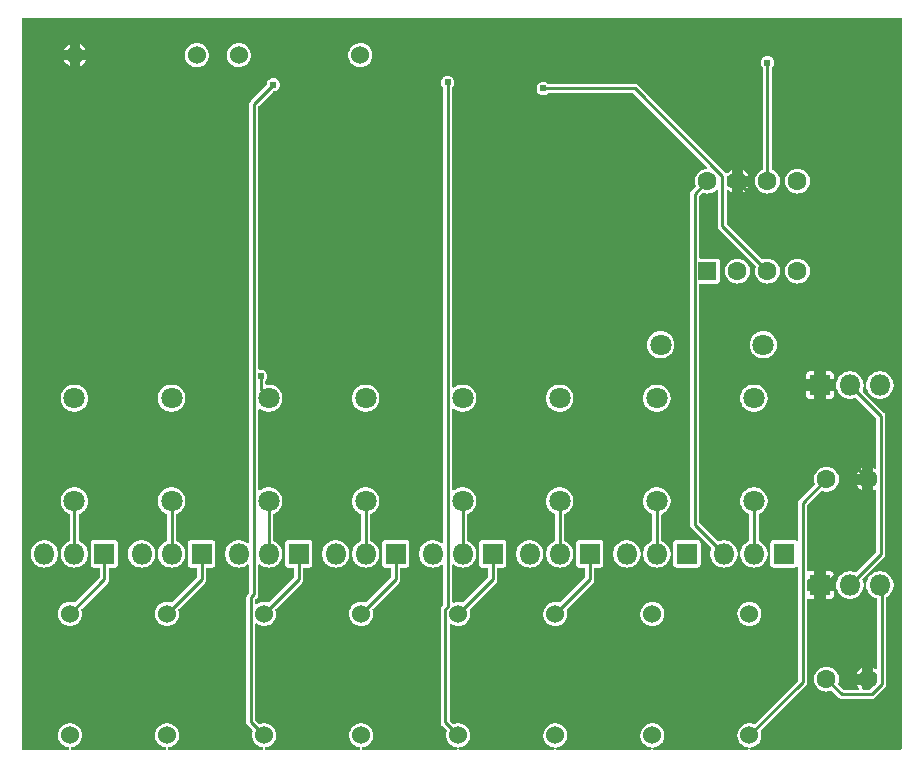
<source format=gbl>
G04 Layer: BottomLayer*
G04 EasyEDA v6.5.47, 2024-09-23 22:29:33*
G04 5a6e75cfa2c046329717b22c304bfbd2,c2d4411aa706456985f533cd49438c3a,10*
G04 Gerber Generator version 0.2*
G04 Scale: 100 percent, Rotated: No, Reflected: No *
G04 Dimensions in millimeters *
G04 leading zeros omitted , absolute positions ,4 integer and 5 decimal *
%FSLAX45Y45*%
%MOMM*%

%ADD10C,0.2540*%
%ADD11C,1.6000*%
%ADD12O,1.7999964X1.7999964*%
%ADD13R,1.8000X1.8000*%
%ADD14C,1.5240*%
%ADD15R,1.6002X1.6002*%
%ADD16C,1.6002*%
%ADD17C,1.8000*%
%ADD18C,0.6100*%
%ADD19C,0.0194*%

%LPD*%
G36*
X36068Y-6224066D02*
G01*
X32156Y-6223304D01*
X28905Y-6221120D01*
X26670Y-6217818D01*
X25908Y-6213906D01*
X25908Y-36068D01*
X26670Y-32156D01*
X28905Y-28905D01*
X32156Y-26670D01*
X36068Y-25908D01*
X7463942Y-25908D01*
X7467803Y-26670D01*
X7471105Y-28905D01*
X7473289Y-32156D01*
X7474102Y-36068D01*
X7474102Y-6213906D01*
X7473289Y-6217818D01*
X7471105Y-6221120D01*
X7467803Y-6223304D01*
X7463942Y-6224066D01*
X6200546Y-6224066D01*
X6196330Y-6223152D01*
X6192875Y-6220561D01*
X6190792Y-6216751D01*
X6190538Y-6212433D01*
X6192062Y-6208369D01*
X6195161Y-6205321D01*
X6199225Y-6203848D01*
X6205220Y-6203035D01*
X6218377Y-6199428D01*
X6230924Y-6194094D01*
X6242659Y-6187186D01*
X6253378Y-6178702D01*
X6262878Y-6168898D01*
X6270955Y-6157925D01*
X6277508Y-6145987D01*
X6282385Y-6133236D01*
X6285585Y-6119977D01*
X6286906Y-6106414D01*
X6286449Y-6092799D01*
X6284214Y-6079337D01*
X6281064Y-6069126D01*
X6280607Y-6065520D01*
X6281470Y-6061964D01*
X6283553Y-6058966D01*
X6661861Y-5680608D01*
X6666992Y-5674410D01*
X6670548Y-5667705D01*
X6672732Y-5660491D01*
X6673545Y-5652465D01*
X6673545Y-4954371D01*
X6674408Y-4950206D01*
X6676948Y-4946751D01*
X6680657Y-4944668D01*
X6684873Y-4944262D01*
X6692392Y-4945126D01*
X6730441Y-4945126D01*
X6730441Y-4880559D01*
X6683705Y-4880559D01*
X6679793Y-4879797D01*
X6676542Y-4877612D01*
X6674307Y-4874310D01*
X6673545Y-4870399D01*
X6673545Y-4788001D01*
X6674307Y-4784140D01*
X6676542Y-4780838D01*
X6679793Y-4778654D01*
X6683705Y-4777841D01*
X6730441Y-4777841D01*
X6730441Y-4713325D01*
X6692392Y-4713325D01*
X6684873Y-4714189D01*
X6680657Y-4713782D01*
X6676948Y-4711649D01*
X6674408Y-4708245D01*
X6673545Y-4704080D01*
X6673545Y-4156049D01*
X6674307Y-4152137D01*
X6676542Y-4148836D01*
X6789978Y-4035399D01*
X6793077Y-4033265D01*
X6796735Y-4032402D01*
X6800443Y-4032961D01*
X6809587Y-4036060D01*
X6823151Y-4038752D01*
X6836968Y-4039666D01*
X6850786Y-4038752D01*
X6864400Y-4036060D01*
X6877507Y-4031589D01*
X6889953Y-4025493D01*
X6901434Y-4017772D01*
X6911848Y-4008628D01*
X6920992Y-3998214D01*
X6928713Y-3986733D01*
X6934809Y-3974287D01*
X6939280Y-3961180D01*
X6941972Y-3947617D01*
X6942886Y-3933799D01*
X6941972Y-3919982D01*
X6939280Y-3906367D01*
X6934809Y-3893261D01*
X6928713Y-3880815D01*
X6920992Y-3869334D01*
X6911848Y-3858920D01*
X6901434Y-3849776D01*
X6889953Y-3842054D01*
X6877507Y-3835958D01*
X6864400Y-3831488D01*
X6850786Y-3828796D01*
X6836968Y-3827881D01*
X6823151Y-3828796D01*
X6809587Y-3831488D01*
X6796481Y-3835958D01*
X6784035Y-3842054D01*
X6772554Y-3849776D01*
X6762140Y-3858920D01*
X6752996Y-3869334D01*
X6745274Y-3880815D01*
X6739178Y-3893261D01*
X6734708Y-3906367D01*
X6732016Y-3919982D01*
X6731101Y-3933799D01*
X6732016Y-3947617D01*
X6734708Y-3961180D01*
X6737807Y-3970324D01*
X6738366Y-3974033D01*
X6737502Y-3977690D01*
X6735368Y-3980789D01*
X6608013Y-4108196D01*
X6602882Y-4114393D01*
X6599326Y-4121099D01*
X6597142Y-4128312D01*
X6596329Y-4136339D01*
X6596329Y-4445355D01*
X6595414Y-4449572D01*
X6592874Y-4453026D01*
X6589115Y-4455109D01*
X6584797Y-4455414D01*
X6580784Y-4453991D01*
X6578193Y-4452366D01*
X6572758Y-4450435D01*
X6566408Y-4449724D01*
X6387592Y-4449724D01*
X6381242Y-4450435D01*
X6375806Y-4452366D01*
X6370878Y-4455464D01*
X6366814Y-4459528D01*
X6363716Y-4464456D01*
X6361785Y-4469892D01*
X6361074Y-4476242D01*
X6361074Y-4655058D01*
X6361785Y-4661408D01*
X6363716Y-4666843D01*
X6366814Y-4671771D01*
X6370878Y-4675835D01*
X6375806Y-4678934D01*
X6381242Y-4680864D01*
X6387592Y-4681575D01*
X6566408Y-4681575D01*
X6572758Y-4680864D01*
X6578193Y-4678934D01*
X6580784Y-4677308D01*
X6584797Y-4675886D01*
X6589115Y-4676190D01*
X6592874Y-4678273D01*
X6595414Y-4681728D01*
X6596329Y-4685944D01*
X6596329Y-5632754D01*
X6595567Y-5636666D01*
X6593331Y-5639968D01*
X6228892Y-6004407D01*
X6225794Y-6006541D01*
X6222136Y-6007354D01*
X6218377Y-6006795D01*
X6211874Y-6004560D01*
X6198514Y-6001816D01*
X6184900Y-6000902D01*
X6171285Y-6001816D01*
X6157925Y-6004560D01*
X6145022Y-6009030D01*
X6132880Y-6015177D01*
X6121654Y-6022898D01*
X6111494Y-6032042D01*
X6102705Y-6042456D01*
X6095390Y-6053937D01*
X6089650Y-6066332D01*
X6085586Y-6079337D01*
X6083350Y-6092799D01*
X6082893Y-6106414D01*
X6084214Y-6119977D01*
X6087414Y-6133236D01*
X6092291Y-6145987D01*
X6098844Y-6157925D01*
X6106922Y-6168898D01*
X6116421Y-6178702D01*
X6127140Y-6187186D01*
X6138875Y-6194094D01*
X6151422Y-6199428D01*
X6164580Y-6203035D01*
X6170574Y-6203848D01*
X6174638Y-6205321D01*
X6177737Y-6208369D01*
X6179261Y-6212433D01*
X6179007Y-6216751D01*
X6176924Y-6220561D01*
X6173470Y-6223152D01*
X6169253Y-6224066D01*
X5378704Y-6224066D01*
X5374436Y-6223152D01*
X5370982Y-6220561D01*
X5368950Y-6216751D01*
X5368645Y-6212433D01*
X5370169Y-6208369D01*
X5373268Y-6205321D01*
X5377332Y-6203848D01*
X5383377Y-6203035D01*
X5396534Y-6199428D01*
X5409082Y-6194094D01*
X5420817Y-6187186D01*
X5431485Y-6178702D01*
X5440984Y-6168898D01*
X5449062Y-6157925D01*
X5455615Y-6145987D01*
X5460542Y-6133236D01*
X5463692Y-6119977D01*
X5465064Y-6106414D01*
X5464606Y-6092799D01*
X5462320Y-6079337D01*
X5458307Y-6066332D01*
X5452567Y-6053937D01*
X5445201Y-6042456D01*
X5436412Y-6032042D01*
X5426303Y-6022898D01*
X5415076Y-6015177D01*
X5402884Y-6009030D01*
X5389981Y-6004560D01*
X5376621Y-6001816D01*
X5363006Y-6000902D01*
X5349443Y-6001816D01*
X5336082Y-6004560D01*
X5323179Y-6009030D01*
X5310987Y-6015177D01*
X5299760Y-6022898D01*
X5289651Y-6032042D01*
X5280863Y-6042456D01*
X5273497Y-6053937D01*
X5267756Y-6066332D01*
X5263743Y-6079337D01*
X5261457Y-6092799D01*
X5261000Y-6106414D01*
X5262372Y-6119977D01*
X5265521Y-6133236D01*
X5270449Y-6145987D01*
X5277002Y-6157925D01*
X5285079Y-6168898D01*
X5294528Y-6178702D01*
X5305247Y-6187186D01*
X5316982Y-6194094D01*
X5329529Y-6199428D01*
X5342686Y-6203035D01*
X5348732Y-6203848D01*
X5352796Y-6205321D01*
X5355894Y-6208369D01*
X5357418Y-6212433D01*
X5357114Y-6216751D01*
X5355082Y-6220561D01*
X5351576Y-6223152D01*
X5347360Y-6224066D01*
X4556810Y-6224066D01*
X4552594Y-6223152D01*
X4549140Y-6220561D01*
X4547057Y-6216751D01*
X4546752Y-6212433D01*
X4548327Y-6208369D01*
X4551375Y-6205321D01*
X4555490Y-6203848D01*
X4561484Y-6203035D01*
X4574641Y-6199428D01*
X4587189Y-6194094D01*
X4598924Y-6187186D01*
X4609642Y-6178702D01*
X4619091Y-6168898D01*
X4627219Y-6157925D01*
X4633772Y-6145987D01*
X4638649Y-6133236D01*
X4641799Y-6119977D01*
X4643170Y-6106414D01*
X4642713Y-6092799D01*
X4640478Y-6079337D01*
X4636414Y-6066332D01*
X4630674Y-6053937D01*
X4623358Y-6042456D01*
X4614519Y-6032042D01*
X4604410Y-6022898D01*
X4593183Y-6015177D01*
X4580991Y-6009030D01*
X4568139Y-6004560D01*
X4554778Y-6001816D01*
X4541164Y-6000902D01*
X4527550Y-6001816D01*
X4514189Y-6004560D01*
X4501286Y-6009030D01*
X4489145Y-6015177D01*
X4477867Y-6022898D01*
X4467758Y-6032042D01*
X4458970Y-6042456D01*
X4451654Y-6053937D01*
X4445914Y-6066332D01*
X4441850Y-6079337D01*
X4439564Y-6092799D01*
X4439107Y-6106414D01*
X4440478Y-6119977D01*
X4443679Y-6133236D01*
X4448556Y-6145987D01*
X4455109Y-6157925D01*
X4463186Y-6168898D01*
X4472686Y-6178702D01*
X4483404Y-6187186D01*
X4495139Y-6194094D01*
X4507687Y-6199428D01*
X4520844Y-6203035D01*
X4526838Y-6203848D01*
X4530902Y-6205321D01*
X4534001Y-6208369D01*
X4535525Y-6212433D01*
X4535271Y-6216751D01*
X4533188Y-6220561D01*
X4529734Y-6223152D01*
X4525518Y-6224066D01*
X3734968Y-6224066D01*
X3730701Y-6223152D01*
X3727246Y-6220561D01*
X3725214Y-6216751D01*
X3724910Y-6212433D01*
X3726434Y-6208369D01*
X3729532Y-6205321D01*
X3733596Y-6203848D01*
X3739642Y-6203035D01*
X3752748Y-6199428D01*
X3765346Y-6194094D01*
X3777081Y-6187186D01*
X3787749Y-6178702D01*
X3797249Y-6168898D01*
X3805326Y-6157925D01*
X3811879Y-6145987D01*
X3816807Y-6133236D01*
X3819956Y-6119977D01*
X3821328Y-6106414D01*
X3820871Y-6092799D01*
X3818585Y-6079337D01*
X3814572Y-6066332D01*
X3808831Y-6053937D01*
X3801465Y-6042456D01*
X3792677Y-6032042D01*
X3782568Y-6022898D01*
X3771290Y-6015177D01*
X3759149Y-6009030D01*
X3746246Y-6004560D01*
X3732885Y-6001816D01*
X3719271Y-6000902D01*
X3705656Y-6001816D01*
X3692296Y-6004560D01*
X3685794Y-6006795D01*
X3682034Y-6007354D01*
X3678377Y-6006541D01*
X3675278Y-6004407D01*
X3651300Y-5980430D01*
X3649065Y-5977128D01*
X3648303Y-5973216D01*
X3648303Y-5167172D01*
X3649167Y-5163007D01*
X3651707Y-5159603D01*
X3655364Y-5157470D01*
X3659632Y-5157063D01*
X3663645Y-5158435D01*
X3673246Y-5164124D01*
X3685794Y-5169458D01*
X3698951Y-5173014D01*
X3712464Y-5174843D01*
X3726129Y-5174843D01*
X3739642Y-5173014D01*
X3752748Y-5169458D01*
X3765346Y-5164124D01*
X3777081Y-5157165D01*
X3787749Y-5148732D01*
X3797249Y-5138928D01*
X3805326Y-5127955D01*
X3811879Y-5115966D01*
X3816807Y-5103266D01*
X3819956Y-5089956D01*
X3821328Y-5076393D01*
X3820871Y-5062778D01*
X3818585Y-5049316D01*
X3815435Y-5039106D01*
X3814978Y-5035499D01*
X3815842Y-5031943D01*
X3817924Y-5028946D01*
X4038346Y-4808524D01*
X4043476Y-4802276D01*
X4047032Y-4795621D01*
X4049217Y-4788408D01*
X4049979Y-4780381D01*
X4049979Y-4691735D01*
X4050792Y-4687824D01*
X4052976Y-4684522D01*
X4056278Y-4682337D01*
X4060190Y-4681575D01*
X4100829Y-4681575D01*
X4107129Y-4680864D01*
X4112615Y-4678934D01*
X4117492Y-4675835D01*
X4121607Y-4671771D01*
X4124655Y-4666843D01*
X4126585Y-4661408D01*
X4127296Y-4655108D01*
X4127296Y-4476242D01*
X4126585Y-4469892D01*
X4124655Y-4464456D01*
X4121607Y-4459528D01*
X4117492Y-4455464D01*
X4112615Y-4452366D01*
X4107129Y-4450435D01*
X4100829Y-4449724D01*
X3921963Y-4449724D01*
X3915664Y-4450435D01*
X3910177Y-4452366D01*
X3905300Y-4455464D01*
X3901186Y-4459528D01*
X3898087Y-4464456D01*
X3896207Y-4469892D01*
X3895496Y-4476242D01*
X3895496Y-4655108D01*
X3896207Y-4661408D01*
X3898087Y-4666843D01*
X3901186Y-4671771D01*
X3905300Y-4675835D01*
X3910177Y-4678934D01*
X3915664Y-4680864D01*
X3921963Y-4681575D01*
X3962654Y-4681575D01*
X3966514Y-4682337D01*
X3969816Y-4684522D01*
X3972001Y-4687824D01*
X3972763Y-4691735D01*
X3972763Y-4760671D01*
X3972001Y-4764532D01*
X3969816Y-4767834D01*
X3763264Y-4974386D01*
X3760165Y-4976520D01*
X3756507Y-4977333D01*
X3752748Y-4976774D01*
X3746246Y-4974539D01*
X3732885Y-4971846D01*
X3719271Y-4970932D01*
X3705656Y-4971846D01*
X3692296Y-4974539D01*
X3682542Y-4977942D01*
X3678732Y-4978501D01*
X3674973Y-4977587D01*
X3671824Y-4975352D01*
X3669741Y-4972100D01*
X3669029Y-4968341D01*
X3669029Y-4664252D01*
X3669741Y-4660493D01*
X3671773Y-4657293D01*
X3674872Y-4655058D01*
X3678529Y-4654092D01*
X3682339Y-4654600D01*
X3685641Y-4656429D01*
X3689299Y-4659426D01*
X3701542Y-4667199D01*
X3714750Y-4673396D01*
X3728567Y-4677918D01*
X3742893Y-4680610D01*
X3757371Y-4681524D01*
X3771900Y-4680610D01*
X3786225Y-4677918D01*
X3800043Y-4673396D01*
X3813200Y-4667199D01*
X3825494Y-4659426D01*
X3836720Y-4650130D01*
X3846677Y-4639513D01*
X3855262Y-4627727D01*
X3862273Y-4614976D01*
X3867607Y-4601464D01*
X3871214Y-4587392D01*
X3873042Y-4572914D01*
X3873042Y-4558385D01*
X3871214Y-4543958D01*
X3867607Y-4529836D01*
X3862273Y-4516323D01*
X3855262Y-4503572D01*
X3846677Y-4491786D01*
X3836720Y-4481169D01*
X3825494Y-4471924D01*
X3813200Y-4464100D01*
X3801821Y-4458766D01*
X3798773Y-4456531D01*
X3796741Y-4453280D01*
X3795979Y-4449572D01*
X3795979Y-4234129D01*
X3796741Y-4230370D01*
X3798773Y-4227169D01*
X3801821Y-4224934D01*
X3813200Y-4219549D01*
X3825494Y-4211777D01*
X3836720Y-4202480D01*
X3846677Y-4191863D01*
X3855212Y-4180078D01*
X3862222Y-4167327D01*
X3867607Y-4153814D01*
X3871214Y-4139742D01*
X3873042Y-4125264D01*
X3873042Y-4110736D01*
X3871214Y-4096308D01*
X3867607Y-4082186D01*
X3862222Y-4068673D01*
X3855212Y-4055922D01*
X3846677Y-4044137D01*
X3836720Y-4033520D01*
X3825494Y-4024274D01*
X3813200Y-4016451D01*
X3800043Y-4010253D01*
X3786225Y-4005783D01*
X3771900Y-4003040D01*
X3757371Y-4002125D01*
X3742842Y-4003040D01*
X3728567Y-4005783D01*
X3714750Y-4010253D01*
X3701542Y-4016451D01*
X3689248Y-4024274D01*
X3685641Y-4027220D01*
X3682339Y-4029049D01*
X3678529Y-4029557D01*
X3674872Y-4028592D01*
X3671773Y-4026357D01*
X3669741Y-4023156D01*
X3669029Y-4019397D01*
X3669029Y-3346602D01*
X3669741Y-3342843D01*
X3671773Y-3339642D01*
X3674872Y-3337407D01*
X3678529Y-3336442D01*
X3682339Y-3336950D01*
X3685641Y-3338779D01*
X3689248Y-3341725D01*
X3701542Y-3349548D01*
X3714750Y-3355746D01*
X3728567Y-3360216D01*
X3742842Y-3362960D01*
X3757371Y-3363874D01*
X3771900Y-3362960D01*
X3786225Y-3360216D01*
X3800043Y-3355746D01*
X3813200Y-3349548D01*
X3825494Y-3341725D01*
X3836720Y-3332479D01*
X3846677Y-3321862D01*
X3855212Y-3310077D01*
X3862222Y-3297326D01*
X3867607Y-3283813D01*
X3871214Y-3269691D01*
X3873042Y-3255264D01*
X3873042Y-3240735D01*
X3871214Y-3226257D01*
X3867607Y-3212185D01*
X3862222Y-3198672D01*
X3855212Y-3185922D01*
X3846677Y-3174136D01*
X3836720Y-3163519D01*
X3825494Y-3154222D01*
X3813200Y-3146450D01*
X3800043Y-3140252D01*
X3786225Y-3135731D01*
X3771900Y-3133039D01*
X3757371Y-3132124D01*
X3742842Y-3133039D01*
X3728567Y-3135731D01*
X3714750Y-3140252D01*
X3701542Y-3146450D01*
X3689248Y-3154222D01*
X3685641Y-3157220D01*
X3682339Y-3159048D01*
X3678529Y-3159556D01*
X3674872Y-3158591D01*
X3671773Y-3156356D01*
X3669741Y-3153156D01*
X3669029Y-3149396D01*
X3669029Y-619404D01*
X3669792Y-615543D01*
X3672027Y-612241D01*
X3673601Y-610616D01*
X3679240Y-602589D01*
X3683406Y-593699D01*
X3685946Y-584200D01*
X3686810Y-574395D01*
X3685946Y-564591D01*
X3683406Y-555091D01*
X3679240Y-546201D01*
X3673601Y-538175D01*
X3666642Y-531215D01*
X3658615Y-525576D01*
X3649726Y-521411D01*
X3640226Y-518871D01*
X3630422Y-518007D01*
X3620617Y-518871D01*
X3611118Y-521411D01*
X3602228Y-525576D01*
X3594201Y-531215D01*
X3587242Y-538175D01*
X3581603Y-546201D01*
X3577437Y-555091D01*
X3574897Y-564591D01*
X3574034Y-574395D01*
X3574897Y-584200D01*
X3577437Y-593699D01*
X3581603Y-602589D01*
X3587242Y-610616D01*
X3588816Y-612241D01*
X3591051Y-615543D01*
X3591814Y-619404D01*
X3591814Y-4467098D01*
X3591102Y-4470857D01*
X3589070Y-4474057D01*
X3585972Y-4476292D01*
X3582314Y-4477258D01*
X3578504Y-4476750D01*
X3575202Y-4474921D01*
X3571494Y-4471924D01*
X3559200Y-4464100D01*
X3546043Y-4457903D01*
X3532225Y-4453432D01*
X3517900Y-4450689D01*
X3503371Y-4449775D01*
X3488893Y-4450689D01*
X3474567Y-4453432D01*
X3460750Y-4457903D01*
X3447542Y-4464100D01*
X3435299Y-4471924D01*
X3424072Y-4481169D01*
X3414115Y-4491786D01*
X3405530Y-4503572D01*
X3398520Y-4516323D01*
X3393186Y-4529836D01*
X3389579Y-4543958D01*
X3387750Y-4558385D01*
X3387750Y-4572914D01*
X3389579Y-4587392D01*
X3393186Y-4601464D01*
X3398520Y-4614976D01*
X3405530Y-4627727D01*
X3414115Y-4639513D01*
X3424072Y-4650130D01*
X3435299Y-4659426D01*
X3447542Y-4667199D01*
X3460750Y-4673396D01*
X3474567Y-4677918D01*
X3488893Y-4680610D01*
X3503371Y-4681524D01*
X3517900Y-4680610D01*
X3532225Y-4677918D01*
X3546043Y-4673396D01*
X3559200Y-4667199D01*
X3571494Y-4659426D01*
X3575202Y-4656378D01*
X3578504Y-4654550D01*
X3582314Y-4654042D01*
X3585972Y-4655007D01*
X3589070Y-4657242D01*
X3591102Y-4660442D01*
X3591814Y-4664202D01*
X3591814Y-4994148D01*
X3591051Y-4998059D01*
X3588816Y-5001361D01*
X3582771Y-5007457D01*
X3577640Y-5013655D01*
X3574084Y-5020360D01*
X3571900Y-5027574D01*
X3571087Y-5035600D01*
X3571087Y-5992926D01*
X3571900Y-6000953D01*
X3574084Y-6008166D01*
X3577640Y-6014872D01*
X3582771Y-6021070D01*
X3620617Y-6058966D01*
X3622700Y-6061964D01*
X3623564Y-6065520D01*
X3623157Y-6069177D01*
X3619957Y-6079337D01*
X3617722Y-6092799D01*
X3617264Y-6106414D01*
X3618636Y-6119977D01*
X3621786Y-6133236D01*
X3626662Y-6145987D01*
X3633215Y-6157925D01*
X3641344Y-6168898D01*
X3650792Y-6178702D01*
X3661511Y-6187186D01*
X3673246Y-6194094D01*
X3685794Y-6199428D01*
X3698951Y-6203035D01*
X3704996Y-6203848D01*
X3709060Y-6205321D01*
X3712159Y-6208369D01*
X3713683Y-6212433D01*
X3713378Y-6216751D01*
X3711295Y-6220561D01*
X3707841Y-6223152D01*
X3703624Y-6224066D01*
X2913075Y-6224066D01*
X2908858Y-6223152D01*
X2905404Y-6220561D01*
X2903321Y-6216751D01*
X2903016Y-6212433D01*
X2904540Y-6208369D01*
X2907639Y-6205321D01*
X2911703Y-6203848D01*
X2917748Y-6203035D01*
X2930906Y-6199428D01*
X2943453Y-6194094D01*
X2955188Y-6187186D01*
X2965907Y-6178702D01*
X2975356Y-6168898D01*
X2983484Y-6157925D01*
X2990037Y-6145987D01*
X2994914Y-6133236D01*
X2998063Y-6119977D01*
X2999435Y-6106414D01*
X2998978Y-6092799D01*
X2996742Y-6079337D01*
X2992678Y-6066332D01*
X2986938Y-6053937D01*
X2979623Y-6042456D01*
X2970784Y-6032042D01*
X2960674Y-6022898D01*
X2949448Y-6015177D01*
X2937256Y-6009030D01*
X2924403Y-6004560D01*
X2911043Y-6001816D01*
X2897428Y-6000902D01*
X2883814Y-6001816D01*
X2870454Y-6004560D01*
X2857550Y-6009030D01*
X2845409Y-6015177D01*
X2834132Y-6022898D01*
X2824022Y-6032042D01*
X2815234Y-6042456D01*
X2807868Y-6053937D01*
X2802128Y-6066332D01*
X2798114Y-6079337D01*
X2795828Y-6092799D01*
X2795371Y-6106414D01*
X2796743Y-6119977D01*
X2799892Y-6133236D01*
X2804820Y-6145987D01*
X2811373Y-6157925D01*
X2819450Y-6168898D01*
X2828950Y-6178702D01*
X2839618Y-6187186D01*
X2851353Y-6194094D01*
X2863951Y-6199428D01*
X2877058Y-6203035D01*
X2883103Y-6203848D01*
X2887167Y-6205321D01*
X2890266Y-6208369D01*
X2891790Y-6212433D01*
X2891485Y-6216751D01*
X2889453Y-6220561D01*
X2885998Y-6223152D01*
X2881731Y-6224066D01*
X2091182Y-6224066D01*
X2086965Y-6223152D01*
X2083511Y-6220561D01*
X2081428Y-6216751D01*
X2081174Y-6212433D01*
X2082698Y-6208369D01*
X2085797Y-6205321D01*
X2089861Y-6203848D01*
X2095855Y-6203035D01*
X2109012Y-6199428D01*
X2121560Y-6194094D01*
X2133295Y-6187186D01*
X2144014Y-6178702D01*
X2153513Y-6168898D01*
X2161590Y-6157925D01*
X2168144Y-6145987D01*
X2173020Y-6133236D01*
X2176221Y-6119977D01*
X2177592Y-6106414D01*
X2177135Y-6092799D01*
X2174849Y-6079337D01*
X2170785Y-6066332D01*
X2165045Y-6053937D01*
X2157730Y-6042456D01*
X2148941Y-6032042D01*
X2138832Y-6022898D01*
X2127554Y-6015177D01*
X2115413Y-6009030D01*
X2102510Y-6004560D01*
X2089150Y-6001816D01*
X2075535Y-6000902D01*
X2061921Y-6001816D01*
X2048560Y-6004560D01*
X2042058Y-6006795D01*
X2038350Y-6007354D01*
X2034641Y-6006490D01*
X2031542Y-6004407D01*
X2004466Y-5977280D01*
X2002231Y-5973978D01*
X2001469Y-5970117D01*
X2001469Y-5165242D01*
X2002383Y-5161076D01*
X2004872Y-5157673D01*
X2008581Y-5155590D01*
X2012797Y-5155184D01*
X2016861Y-5156555D01*
X2029510Y-5164124D01*
X2042058Y-5169458D01*
X2055215Y-5173014D01*
X2068728Y-5174843D01*
X2082342Y-5174843D01*
X2095855Y-5173014D01*
X2109012Y-5169458D01*
X2121560Y-5164124D01*
X2133295Y-5157165D01*
X2144014Y-5148732D01*
X2153513Y-5138928D01*
X2161590Y-5127955D01*
X2168144Y-5115966D01*
X2173020Y-5103266D01*
X2176221Y-5089956D01*
X2177592Y-5076393D01*
X2177135Y-5062778D01*
X2174849Y-5049316D01*
X2171700Y-5039156D01*
X2171242Y-5035499D01*
X2172106Y-5031943D01*
X2174189Y-5028946D01*
X2394610Y-4808524D01*
X2399741Y-4802327D01*
X2403297Y-4795621D01*
X2405481Y-4788408D01*
X2406243Y-4780381D01*
X2406243Y-4691735D01*
X2407056Y-4687824D01*
X2409240Y-4684522D01*
X2412542Y-4682337D01*
X2416454Y-4681575D01*
X2457094Y-4681575D01*
X2463393Y-4680864D01*
X2468880Y-4678934D01*
X2473756Y-4675835D01*
X2477871Y-4671771D01*
X2480919Y-4666843D01*
X2482850Y-4661408D01*
X2483561Y-4655058D01*
X2483561Y-4476242D01*
X2482850Y-4469892D01*
X2480919Y-4464456D01*
X2477871Y-4459528D01*
X2473756Y-4455464D01*
X2468880Y-4452366D01*
X2463393Y-4450435D01*
X2457094Y-4449724D01*
X2278227Y-4449724D01*
X2271877Y-4450435D01*
X2266442Y-4452366D01*
X2261514Y-4455464D01*
X2257450Y-4459528D01*
X2254351Y-4464456D01*
X2252472Y-4469892D01*
X2251760Y-4476242D01*
X2251760Y-4655058D01*
X2252472Y-4661408D01*
X2254351Y-4666843D01*
X2257450Y-4671771D01*
X2261514Y-4675835D01*
X2266442Y-4678934D01*
X2271877Y-4680864D01*
X2278227Y-4681575D01*
X2318918Y-4681575D01*
X2322779Y-4682337D01*
X2326081Y-4684522D01*
X2328265Y-4687824D01*
X2329027Y-4691735D01*
X2329027Y-4760671D01*
X2328265Y-4764582D01*
X2326081Y-4767884D01*
X2119579Y-4974386D01*
X2116429Y-4976520D01*
X2112772Y-4977384D01*
X2109063Y-4976825D01*
X2102510Y-4974539D01*
X2089150Y-4971846D01*
X2075535Y-4970932D01*
X2061921Y-4971846D01*
X2048560Y-4974539D01*
X2035708Y-4979009D01*
X2023516Y-4985156D01*
X2017369Y-4989372D01*
X2013305Y-4990998D01*
X2008936Y-4990795D01*
X2005075Y-4988763D01*
X2002434Y-4985258D01*
X2001469Y-4980990D01*
X2001469Y-4955286D01*
X2002231Y-4951425D01*
X2004466Y-4948123D01*
X2014931Y-4937607D01*
X2020062Y-4931359D01*
X2023618Y-4924704D01*
X2025802Y-4917490D01*
X2026615Y-4909464D01*
X2026615Y-4665370D01*
X2027326Y-4661611D01*
X2029358Y-4658410D01*
X2032457Y-4656175D01*
X2036114Y-4655210D01*
X2039924Y-4655667D01*
X2043226Y-4657496D01*
X2045512Y-4659426D01*
X2057806Y-4667199D01*
X2071014Y-4673396D01*
X2084832Y-4677918D01*
X2099106Y-4680610D01*
X2113635Y-4681524D01*
X2128164Y-4680610D01*
X2142490Y-4677918D01*
X2156307Y-4673396D01*
X2169464Y-4667199D01*
X2181758Y-4659426D01*
X2192985Y-4650130D01*
X2202942Y-4639513D01*
X2211476Y-4627727D01*
X2218486Y-4614976D01*
X2223871Y-4601464D01*
X2227478Y-4587341D01*
X2229307Y-4572914D01*
X2229307Y-4558385D01*
X2227478Y-4543958D01*
X2223871Y-4529836D01*
X2218486Y-4516323D01*
X2211476Y-4503572D01*
X2202942Y-4491786D01*
X2192985Y-4481169D01*
X2181758Y-4471873D01*
X2169464Y-4464100D01*
X2158085Y-4458766D01*
X2155037Y-4456480D01*
X2153005Y-4453280D01*
X2152243Y-4449572D01*
X2152243Y-4234078D01*
X2153005Y-4230370D01*
X2155037Y-4227169D01*
X2158085Y-4224883D01*
X2169464Y-4219549D01*
X2181758Y-4211777D01*
X2192985Y-4202480D01*
X2202942Y-4191863D01*
X2211476Y-4180078D01*
X2218486Y-4167327D01*
X2223871Y-4153814D01*
X2227478Y-4139742D01*
X2229307Y-4125264D01*
X2229307Y-4110736D01*
X2227478Y-4096308D01*
X2223871Y-4082186D01*
X2218486Y-4068673D01*
X2211476Y-4055922D01*
X2202942Y-4044137D01*
X2192985Y-4033520D01*
X2181758Y-4024274D01*
X2169464Y-4016451D01*
X2156307Y-4010253D01*
X2142439Y-4005783D01*
X2128164Y-4003040D01*
X2113635Y-4002125D01*
X2099106Y-4003040D01*
X2084832Y-4005783D01*
X2070963Y-4010253D01*
X2057806Y-4016451D01*
X2045512Y-4024274D01*
X2043226Y-4026154D01*
X2039924Y-4027982D01*
X2036114Y-4028440D01*
X2032457Y-4027474D01*
X2029358Y-4025239D01*
X2027326Y-4022039D01*
X2026615Y-4018279D01*
X2026615Y-3347720D01*
X2027326Y-3343960D01*
X2029358Y-3340760D01*
X2032457Y-3338525D01*
X2036114Y-3337560D01*
X2039924Y-3338017D01*
X2043226Y-3339846D01*
X2045512Y-3341725D01*
X2057806Y-3349548D01*
X2070963Y-3355746D01*
X2084832Y-3360216D01*
X2099106Y-3362960D01*
X2113635Y-3363874D01*
X2128164Y-3362960D01*
X2142439Y-3360216D01*
X2156307Y-3355746D01*
X2169464Y-3349548D01*
X2181758Y-3341725D01*
X2192985Y-3332479D01*
X2202942Y-3321862D01*
X2211476Y-3310077D01*
X2218486Y-3297326D01*
X2223871Y-3283813D01*
X2227478Y-3269691D01*
X2229307Y-3255264D01*
X2229307Y-3240735D01*
X2227478Y-3226257D01*
X2223871Y-3212185D01*
X2218486Y-3198672D01*
X2211476Y-3185922D01*
X2202942Y-3174136D01*
X2192985Y-3163519D01*
X2181758Y-3154222D01*
X2169464Y-3146450D01*
X2156307Y-3140252D01*
X2142439Y-3135731D01*
X2128164Y-3133039D01*
X2113635Y-3132124D01*
X2099106Y-3133039D01*
X2097227Y-3133394D01*
X2092807Y-3133242D01*
X2088896Y-3131210D01*
X2086152Y-3127705D01*
X2085187Y-3123387D01*
X2085187Y-3106420D01*
X2085949Y-3102508D01*
X2088184Y-3099206D01*
X2089759Y-3097631D01*
X2095398Y-3089554D01*
X2099564Y-3080664D01*
X2102104Y-3071164D01*
X2102967Y-3061411D01*
X2102104Y-3051606D01*
X2099564Y-3042107D01*
X2095398Y-3033217D01*
X2089759Y-3025140D01*
X2082800Y-3018180D01*
X2074773Y-3012592D01*
X2065883Y-3008426D01*
X2056384Y-3005886D01*
X2046579Y-3005023D01*
X2037638Y-3005785D01*
X2033524Y-3005277D01*
X2029917Y-3003143D01*
X2027478Y-2999790D01*
X2026615Y-2995676D01*
X2026615Y-779170D01*
X2027377Y-775258D01*
X2029612Y-771956D01*
X2148332Y-653186D01*
X2151227Y-651205D01*
X2154631Y-650290D01*
X2162708Y-649579D01*
X2172208Y-647039D01*
X2181098Y-642874D01*
X2189124Y-637235D01*
X2196084Y-630275D01*
X2201722Y-622249D01*
X2205888Y-613359D01*
X2208428Y-603859D01*
X2209292Y-594055D01*
X2208428Y-584250D01*
X2205888Y-574751D01*
X2201722Y-565861D01*
X2196084Y-557834D01*
X2189124Y-550875D01*
X2181098Y-545236D01*
X2172208Y-541070D01*
X2162708Y-538530D01*
X2152904Y-537667D01*
X2143099Y-538530D01*
X2133600Y-541070D01*
X2124710Y-545236D01*
X2116683Y-550875D01*
X2109724Y-557834D01*
X2104085Y-565861D01*
X2099919Y-574751D01*
X2097379Y-584250D01*
X2096668Y-592328D01*
X2095754Y-595731D01*
X2093772Y-598627D01*
X1961083Y-731316D01*
X1955952Y-737514D01*
X1952396Y-744220D01*
X1950212Y-751433D01*
X1949399Y-759460D01*
X1949399Y-4468215D01*
X1948688Y-4471924D01*
X1946656Y-4475175D01*
X1943557Y-4477410D01*
X1939899Y-4478324D01*
X1936089Y-4477867D01*
X1932787Y-4476038D01*
X1927758Y-4471873D01*
X1915464Y-4464100D01*
X1902307Y-4457903D01*
X1888489Y-4453382D01*
X1874164Y-4450689D01*
X1859635Y-4449775D01*
X1845106Y-4450689D01*
X1830832Y-4453382D01*
X1817014Y-4457903D01*
X1803806Y-4464100D01*
X1791512Y-4471873D01*
X1780336Y-4481169D01*
X1770380Y-4491786D01*
X1761794Y-4503572D01*
X1754784Y-4516323D01*
X1749450Y-4529836D01*
X1745792Y-4543958D01*
X1744014Y-4558385D01*
X1744014Y-4572914D01*
X1745792Y-4587341D01*
X1749450Y-4601464D01*
X1754784Y-4614976D01*
X1761794Y-4627727D01*
X1770380Y-4639513D01*
X1780336Y-4650130D01*
X1791512Y-4659426D01*
X1803806Y-4667199D01*
X1817014Y-4673396D01*
X1830832Y-4677918D01*
X1845106Y-4680610D01*
X1859635Y-4681524D01*
X1874164Y-4680610D01*
X1888489Y-4677918D01*
X1902307Y-4673396D01*
X1915464Y-4667199D01*
X1927758Y-4659426D01*
X1932787Y-4655261D01*
X1936089Y-4653432D01*
X1939899Y-4652975D01*
X1943557Y-4653889D01*
X1946656Y-4656124D01*
X1948688Y-4659376D01*
X1949399Y-4663084D01*
X1949399Y-4889754D01*
X1948637Y-4893614D01*
X1946402Y-4896916D01*
X1935937Y-4907432D01*
X1930806Y-4913680D01*
X1927250Y-4920335D01*
X1925066Y-4927549D01*
X1924253Y-4935575D01*
X1924253Y-5989828D01*
X1925066Y-5997854D01*
X1927250Y-6005068D01*
X1930806Y-6011722D01*
X1935937Y-6017971D01*
X1976882Y-6058916D01*
X1978964Y-6061964D01*
X1979828Y-6065520D01*
X1979422Y-6069126D01*
X1976221Y-6079337D01*
X1973986Y-6092799D01*
X1973529Y-6106414D01*
X1974900Y-6119977D01*
X1978050Y-6133236D01*
X1982927Y-6145987D01*
X1989480Y-6157925D01*
X1997608Y-6168898D01*
X2007057Y-6178702D01*
X2017775Y-6187186D01*
X2029510Y-6194094D01*
X2042058Y-6199428D01*
X2055215Y-6203035D01*
X2061210Y-6203848D01*
X2065324Y-6205321D01*
X2068372Y-6208369D01*
X2069947Y-6212433D01*
X2069642Y-6216751D01*
X2067560Y-6220561D01*
X2064105Y-6223152D01*
X2059889Y-6224066D01*
X1269339Y-6224066D01*
X1265123Y-6223152D01*
X1261618Y-6220561D01*
X1259586Y-6216751D01*
X1259281Y-6212433D01*
X1260805Y-6208369D01*
X1263904Y-6205321D01*
X1267968Y-6203848D01*
X1274013Y-6203035D01*
X1287170Y-6199428D01*
X1299718Y-6194094D01*
X1311452Y-6187186D01*
X1322171Y-6178702D01*
X1331620Y-6168898D01*
X1339697Y-6157925D01*
X1346250Y-6145987D01*
X1351178Y-6133236D01*
X1354328Y-6119977D01*
X1355699Y-6106414D01*
X1355242Y-6092799D01*
X1352956Y-6079337D01*
X1348943Y-6066332D01*
X1343202Y-6053937D01*
X1335836Y-6042456D01*
X1327048Y-6032042D01*
X1316939Y-6022898D01*
X1305712Y-6015177D01*
X1293520Y-6009030D01*
X1280617Y-6004560D01*
X1267256Y-6001816D01*
X1253693Y-6000902D01*
X1240078Y-6001816D01*
X1226718Y-6004560D01*
X1213815Y-6009030D01*
X1201623Y-6015177D01*
X1190396Y-6022898D01*
X1180287Y-6032042D01*
X1171498Y-6042456D01*
X1164132Y-6053937D01*
X1158392Y-6066332D01*
X1154379Y-6079337D01*
X1152093Y-6092799D01*
X1151636Y-6106414D01*
X1153007Y-6119977D01*
X1156157Y-6133236D01*
X1161084Y-6145987D01*
X1167638Y-6157925D01*
X1175715Y-6168898D01*
X1185214Y-6178702D01*
X1195882Y-6187186D01*
X1207617Y-6194094D01*
X1220165Y-6199428D01*
X1233322Y-6203035D01*
X1239367Y-6203848D01*
X1243431Y-6205321D01*
X1246530Y-6208369D01*
X1248054Y-6212433D01*
X1247749Y-6216751D01*
X1245717Y-6220561D01*
X1242263Y-6223152D01*
X1237996Y-6224066D01*
X447446Y-6224066D01*
X443230Y-6223152D01*
X439775Y-6220561D01*
X437692Y-6216751D01*
X437438Y-6212433D01*
X438962Y-6208369D01*
X442061Y-6205321D01*
X446125Y-6203848D01*
X452120Y-6203035D01*
X465277Y-6199428D01*
X477824Y-6194094D01*
X489559Y-6187186D01*
X500278Y-6178702D01*
X509778Y-6168898D01*
X517855Y-6157925D01*
X524408Y-6145987D01*
X529285Y-6133236D01*
X532485Y-6119977D01*
X533806Y-6106414D01*
X533349Y-6092799D01*
X531114Y-6079337D01*
X527050Y-6066332D01*
X521309Y-6053937D01*
X513994Y-6042456D01*
X505206Y-6032042D01*
X495046Y-6022898D01*
X483819Y-6015177D01*
X471678Y-6009030D01*
X458774Y-6004560D01*
X445414Y-6001816D01*
X431800Y-6000902D01*
X418185Y-6001816D01*
X404825Y-6004560D01*
X391922Y-6009030D01*
X379780Y-6015177D01*
X368554Y-6022898D01*
X358394Y-6032042D01*
X349605Y-6042456D01*
X342290Y-6053937D01*
X336550Y-6066332D01*
X332486Y-6079337D01*
X330250Y-6092799D01*
X329793Y-6106414D01*
X331114Y-6119977D01*
X334314Y-6133236D01*
X339191Y-6145987D01*
X345744Y-6157925D01*
X353822Y-6168898D01*
X363321Y-6178702D01*
X374040Y-6187186D01*
X385775Y-6194094D01*
X398322Y-6199428D01*
X411480Y-6203035D01*
X417474Y-6203848D01*
X421538Y-6205321D01*
X424637Y-6208369D01*
X426161Y-6212433D01*
X425907Y-6216751D01*
X423824Y-6220561D01*
X420370Y-6223152D01*
X416153Y-6224066D01*
G37*

%LPC*%
G36*
X6965543Y-5792774D02*
G01*
X7220153Y-5792774D01*
X7228179Y-5791962D01*
X7235393Y-5789777D01*
X7242048Y-5786221D01*
X7248296Y-5781090D01*
X7332065Y-5697321D01*
X7337196Y-5691073D01*
X7340752Y-5684418D01*
X7342936Y-5677204D01*
X7343749Y-5669178D01*
X7343749Y-4937556D01*
X7344308Y-4934204D01*
X7345934Y-4931257D01*
X7348474Y-4928971D01*
X7357922Y-4922977D01*
X7369149Y-4913680D01*
X7379106Y-4903063D01*
X7387640Y-4891328D01*
X7394651Y-4878578D01*
X7400036Y-4865014D01*
X7403642Y-4850942D01*
X7405471Y-4836515D01*
X7405471Y-4821936D01*
X7403642Y-4807508D01*
X7400036Y-4793386D01*
X7394651Y-4779873D01*
X7387640Y-4767122D01*
X7379106Y-4755337D01*
X7369149Y-4744720D01*
X7357922Y-4735474D01*
X7345629Y-4727651D01*
X7332472Y-4721453D01*
X7318603Y-4716983D01*
X7304328Y-4714240D01*
X7289800Y-4713325D01*
X7275271Y-4714240D01*
X7260996Y-4716983D01*
X7247128Y-4721453D01*
X7233970Y-4727651D01*
X7221677Y-4735474D01*
X7210450Y-4744720D01*
X7200493Y-4755337D01*
X7191959Y-4767122D01*
X7184948Y-4779873D01*
X7179564Y-4793386D01*
X7175957Y-4807508D01*
X7174128Y-4821936D01*
X7174128Y-4836515D01*
X7175957Y-4850942D01*
X7179564Y-4865014D01*
X7184948Y-4878578D01*
X7191959Y-4891328D01*
X7200493Y-4903063D01*
X7210450Y-4913680D01*
X7221677Y-4922977D01*
X7233970Y-4930749D01*
X7247128Y-4936947D01*
X7259523Y-4941011D01*
X7263180Y-4943094D01*
X7265670Y-4946497D01*
X7266533Y-4950663D01*
X7266533Y-5533136D01*
X7265619Y-5537403D01*
X7262977Y-5540908D01*
X7259116Y-5542940D01*
X7254798Y-5543194D01*
X7250734Y-5541619D01*
X7239965Y-5534406D01*
X7233361Y-5531154D01*
X7233361Y-5579770D01*
X7256373Y-5579770D01*
X7260285Y-5580532D01*
X7263536Y-5582716D01*
X7265771Y-5586018D01*
X7266533Y-5589930D01*
X7266533Y-5649468D01*
X7265771Y-5653328D01*
X7263536Y-5656630D01*
X7250734Y-5669483D01*
X7247432Y-5671667D01*
X7243521Y-5672429D01*
X7233361Y-5672429D01*
X7233361Y-5682640D01*
X7232599Y-5686552D01*
X7230364Y-5689803D01*
X7207605Y-5712561D01*
X7204303Y-5714796D01*
X7200442Y-5715558D01*
X7150811Y-5715558D01*
X7146899Y-5714796D01*
X7143648Y-5712561D01*
X7141413Y-5709310D01*
X7140651Y-5705398D01*
X7140651Y-5672429D01*
X7092035Y-5672429D01*
X7095286Y-5679033D01*
X7103008Y-5690565D01*
X7110120Y-5698693D01*
X7112101Y-5702046D01*
X7112660Y-5705856D01*
X7111746Y-5709615D01*
X7109510Y-5712714D01*
X7106259Y-5714847D01*
X7102500Y-5715558D01*
X6985253Y-5715558D01*
X6981393Y-5714796D01*
X6978091Y-5712561D01*
X6938619Y-5673090D01*
X6936486Y-5669991D01*
X6935622Y-5666384D01*
X6936181Y-5662676D01*
X6939280Y-5653481D01*
X6941972Y-5639917D01*
X6942886Y-5626100D01*
X6941972Y-5612282D01*
X6939280Y-5598718D01*
X6934809Y-5585561D01*
X6928713Y-5573166D01*
X6920992Y-5561634D01*
X6911848Y-5551220D01*
X6901434Y-5542076D01*
X6889953Y-5534406D01*
X6877507Y-5528259D01*
X6864400Y-5523839D01*
X6850786Y-5521096D01*
X6836968Y-5520232D01*
X6823151Y-5521096D01*
X6809587Y-5523839D01*
X6796481Y-5528259D01*
X6784035Y-5534406D01*
X6772554Y-5542076D01*
X6762140Y-5551220D01*
X6752996Y-5561634D01*
X6745274Y-5573166D01*
X6739178Y-5585561D01*
X6734708Y-5598718D01*
X6732016Y-5612282D01*
X6731101Y-5626100D01*
X6732016Y-5639917D01*
X6734708Y-5653481D01*
X6739178Y-5666638D01*
X6745274Y-5679033D01*
X6752996Y-5690565D01*
X6762140Y-5700979D01*
X6772554Y-5710123D01*
X6784035Y-5717794D01*
X6796481Y-5723940D01*
X6809587Y-5728360D01*
X6823151Y-5731103D01*
X6836968Y-5731967D01*
X6850786Y-5731103D01*
X6864400Y-5728360D01*
X6873544Y-5725261D01*
X6877253Y-5724753D01*
X6880910Y-5725566D01*
X6884009Y-5727700D01*
X6937400Y-5781090D01*
X6943648Y-5786221D01*
X6950303Y-5789777D01*
X6957517Y-5791962D01*
G37*
G36*
X7092035Y-5579770D02*
G01*
X7140651Y-5579770D01*
X7140651Y-5531154D01*
X7134047Y-5534406D01*
X7122566Y-5542076D01*
X7112152Y-5551220D01*
X7103008Y-5561634D01*
X7095286Y-5573166D01*
G37*
G36*
X5356199Y-5174843D02*
G01*
X5369864Y-5174843D01*
X5383377Y-5173014D01*
X5396534Y-5169458D01*
X5409082Y-5164124D01*
X5420817Y-5157165D01*
X5431485Y-5148732D01*
X5440984Y-5138928D01*
X5449062Y-5127955D01*
X5455615Y-5115966D01*
X5460542Y-5103266D01*
X5463692Y-5089956D01*
X5465064Y-5076393D01*
X5464606Y-5062778D01*
X5462320Y-5049316D01*
X5458307Y-5036312D01*
X5452567Y-5023916D01*
X5445201Y-5012436D01*
X5436412Y-5002022D01*
X5426303Y-4992878D01*
X5415076Y-4985156D01*
X5402884Y-4979009D01*
X5389981Y-4974539D01*
X5376621Y-4971846D01*
X5363006Y-4970932D01*
X5349443Y-4971846D01*
X5336082Y-4974539D01*
X5323179Y-4979009D01*
X5310987Y-4985156D01*
X5299760Y-4992878D01*
X5289651Y-5002022D01*
X5280863Y-5012436D01*
X5273497Y-5023916D01*
X5267756Y-5036312D01*
X5263743Y-5049316D01*
X5261457Y-5062778D01*
X5261000Y-5076393D01*
X5262372Y-5089956D01*
X5265521Y-5103266D01*
X5270449Y-5115966D01*
X5277002Y-5127955D01*
X5285079Y-5138928D01*
X5294528Y-5148732D01*
X5305247Y-5157165D01*
X5316982Y-5164124D01*
X5329529Y-5169458D01*
X5342686Y-5173014D01*
G37*
G36*
X6178092Y-5174843D02*
G01*
X6191707Y-5174843D01*
X6205220Y-5173014D01*
X6218377Y-5169458D01*
X6230924Y-5164124D01*
X6242659Y-5157165D01*
X6253378Y-5148732D01*
X6262878Y-5138928D01*
X6270955Y-5127955D01*
X6277508Y-5115966D01*
X6282385Y-5103266D01*
X6285585Y-5089956D01*
X6286906Y-5076393D01*
X6286449Y-5062778D01*
X6284214Y-5049316D01*
X6280150Y-5036312D01*
X6274409Y-5023916D01*
X6267094Y-5012436D01*
X6258306Y-5002022D01*
X6248146Y-4992878D01*
X6236919Y-4985156D01*
X6224778Y-4979009D01*
X6211874Y-4974539D01*
X6198514Y-4971846D01*
X6184900Y-4970932D01*
X6171285Y-4971846D01*
X6157925Y-4974539D01*
X6145022Y-4979009D01*
X6132880Y-4985156D01*
X6121654Y-4992878D01*
X6111494Y-5002022D01*
X6102705Y-5012436D01*
X6095390Y-5023916D01*
X6089650Y-5036312D01*
X6085586Y-5049316D01*
X6083350Y-5062778D01*
X6082893Y-5076393D01*
X6084214Y-5089956D01*
X6087414Y-5103266D01*
X6092291Y-5115966D01*
X6098844Y-5127955D01*
X6106922Y-5138928D01*
X6116421Y-5148732D01*
X6127140Y-5157165D01*
X6138875Y-5164124D01*
X6151422Y-5169458D01*
X6164580Y-5173014D01*
G37*
G36*
X4534357Y-5174843D02*
G01*
X4547971Y-5174843D01*
X4561484Y-5173014D01*
X4574641Y-5169458D01*
X4587189Y-5164124D01*
X4598924Y-5157165D01*
X4609642Y-5148732D01*
X4619091Y-5138928D01*
X4627219Y-5127955D01*
X4633772Y-5115966D01*
X4638649Y-5103266D01*
X4641799Y-5089956D01*
X4643170Y-5076393D01*
X4642713Y-5062778D01*
X4640478Y-5049316D01*
X4637278Y-5039106D01*
X4636871Y-5035499D01*
X4637735Y-5031943D01*
X4639818Y-5028895D01*
X4860188Y-4808524D01*
X4865319Y-4802276D01*
X4868875Y-4795621D01*
X4871059Y-4788408D01*
X4871872Y-4780381D01*
X4871872Y-4691735D01*
X4872634Y-4687824D01*
X4874869Y-4684522D01*
X4878120Y-4682337D01*
X4882032Y-4681575D01*
X4922672Y-4681575D01*
X4929022Y-4680864D01*
X4934458Y-4678934D01*
X4939385Y-4675835D01*
X4943449Y-4671771D01*
X4946548Y-4666843D01*
X4948478Y-4661408D01*
X4949190Y-4655108D01*
X4949190Y-4476242D01*
X4948478Y-4469892D01*
X4946548Y-4464456D01*
X4943449Y-4459528D01*
X4939385Y-4455464D01*
X4934458Y-4452366D01*
X4929022Y-4450435D01*
X4922672Y-4449724D01*
X4743805Y-4449724D01*
X4737506Y-4450435D01*
X4732070Y-4452366D01*
X4727143Y-4455464D01*
X4723079Y-4459528D01*
X4719980Y-4464456D01*
X4718050Y-4469892D01*
X4717338Y-4476242D01*
X4717338Y-4655108D01*
X4718050Y-4661408D01*
X4719980Y-4666843D01*
X4723079Y-4671771D01*
X4727143Y-4675835D01*
X4732070Y-4678934D01*
X4737506Y-4680864D01*
X4743805Y-4681575D01*
X4784496Y-4681575D01*
X4788408Y-4682337D01*
X4791659Y-4684522D01*
X4793894Y-4687824D01*
X4794656Y-4691735D01*
X4794656Y-4760671D01*
X4793894Y-4764532D01*
X4791659Y-4767834D01*
X4585157Y-4974386D01*
X4582007Y-4976520D01*
X4578350Y-4977333D01*
X4574641Y-4976774D01*
X4568139Y-4974539D01*
X4554778Y-4971846D01*
X4541164Y-4970932D01*
X4527550Y-4971846D01*
X4514189Y-4974539D01*
X4501286Y-4979009D01*
X4489145Y-4985156D01*
X4477867Y-4992878D01*
X4467758Y-5002022D01*
X4458970Y-5012436D01*
X4451654Y-5023916D01*
X4445914Y-5036312D01*
X4441850Y-5049316D01*
X4439564Y-5062778D01*
X4439107Y-5076393D01*
X4440478Y-5089956D01*
X4443679Y-5103266D01*
X4448556Y-5115966D01*
X4455109Y-5127955D01*
X4463186Y-5138928D01*
X4472686Y-5148732D01*
X4483404Y-5157165D01*
X4495139Y-5164124D01*
X4507687Y-5169458D01*
X4520844Y-5173014D01*
G37*
G36*
X424992Y-5174843D02*
G01*
X438607Y-5174843D01*
X452120Y-5173014D01*
X465277Y-5169458D01*
X477824Y-5164124D01*
X489559Y-5157165D01*
X500278Y-5148732D01*
X509778Y-5138928D01*
X517855Y-5127955D01*
X524408Y-5115966D01*
X529285Y-5103266D01*
X532485Y-5089956D01*
X533806Y-5076393D01*
X533349Y-5062778D01*
X531114Y-5049316D01*
X527913Y-5039106D01*
X527507Y-5035499D01*
X528370Y-5031943D01*
X530453Y-5028946D01*
X750824Y-4808524D01*
X755954Y-4802327D01*
X759510Y-4795621D01*
X761695Y-4788408D01*
X762508Y-4780381D01*
X762508Y-4691735D01*
X763270Y-4687824D01*
X765505Y-4684522D01*
X768756Y-4682337D01*
X772668Y-4681575D01*
X813308Y-4681575D01*
X819658Y-4680864D01*
X825093Y-4678934D01*
X830021Y-4675835D01*
X834085Y-4671771D01*
X837184Y-4666843D01*
X839114Y-4661408D01*
X839825Y-4655058D01*
X839825Y-4476242D01*
X839114Y-4469892D01*
X837184Y-4464456D01*
X834085Y-4459528D01*
X830021Y-4455464D01*
X825093Y-4452366D01*
X819658Y-4450435D01*
X813308Y-4449724D01*
X634492Y-4449724D01*
X628142Y-4450435D01*
X622706Y-4452366D01*
X617778Y-4455464D01*
X613714Y-4459528D01*
X610616Y-4464456D01*
X608685Y-4469892D01*
X607974Y-4476242D01*
X607974Y-4655058D01*
X608685Y-4661408D01*
X610616Y-4666843D01*
X613714Y-4671771D01*
X617778Y-4675835D01*
X622706Y-4678934D01*
X628142Y-4680864D01*
X634492Y-4681575D01*
X675132Y-4681575D01*
X679043Y-4682337D01*
X682294Y-4684522D01*
X684530Y-4687824D01*
X685292Y-4691735D01*
X685292Y-4760671D01*
X684530Y-4764582D01*
X682294Y-4767884D01*
X475792Y-4974386D01*
X472693Y-4976520D01*
X469036Y-4977333D01*
X465277Y-4976825D01*
X458774Y-4974539D01*
X445414Y-4971846D01*
X431800Y-4970932D01*
X418185Y-4971846D01*
X404825Y-4974539D01*
X391922Y-4979009D01*
X379780Y-4985156D01*
X368554Y-4992878D01*
X358394Y-5002022D01*
X349605Y-5012436D01*
X342290Y-5023916D01*
X336550Y-5036312D01*
X332486Y-5049316D01*
X330250Y-5062778D01*
X329793Y-5076393D01*
X331114Y-5089956D01*
X334314Y-5103266D01*
X339191Y-5115966D01*
X345744Y-5127955D01*
X353822Y-5138928D01*
X363321Y-5148732D01*
X374040Y-5157165D01*
X385775Y-5164124D01*
X398322Y-5169458D01*
X411480Y-5173014D01*
G37*
G36*
X1246835Y-5174843D02*
G01*
X1260500Y-5174843D01*
X1274013Y-5173014D01*
X1287170Y-5169458D01*
X1299718Y-5164124D01*
X1311452Y-5157165D01*
X1322171Y-5148732D01*
X1331620Y-5138928D01*
X1339697Y-5127955D01*
X1346250Y-5115966D01*
X1351178Y-5103266D01*
X1354328Y-5089956D01*
X1355699Y-5076393D01*
X1355242Y-5062778D01*
X1352956Y-5049316D01*
X1349806Y-5039106D01*
X1349349Y-5035499D01*
X1350264Y-5031943D01*
X1352346Y-5028946D01*
X1572717Y-4808524D01*
X1577848Y-4802327D01*
X1581404Y-4795621D01*
X1583588Y-4788408D01*
X1584401Y-4780381D01*
X1584401Y-4691735D01*
X1585163Y-4687824D01*
X1587347Y-4684522D01*
X1590649Y-4682337D01*
X1594561Y-4681575D01*
X1635201Y-4681575D01*
X1641551Y-4680864D01*
X1646986Y-4678934D01*
X1651863Y-4675835D01*
X1655978Y-4671771D01*
X1659077Y-4666843D01*
X1660956Y-4661408D01*
X1661668Y-4655058D01*
X1661668Y-4476242D01*
X1660956Y-4469892D01*
X1659077Y-4464456D01*
X1655978Y-4459528D01*
X1651863Y-4455464D01*
X1646986Y-4452366D01*
X1641551Y-4450435D01*
X1635201Y-4449724D01*
X1456334Y-4449724D01*
X1450035Y-4450435D01*
X1444548Y-4452366D01*
X1439672Y-4455464D01*
X1435557Y-4459528D01*
X1432509Y-4464456D01*
X1430578Y-4469892D01*
X1429867Y-4476242D01*
X1429867Y-4655058D01*
X1430578Y-4661408D01*
X1432509Y-4666843D01*
X1435557Y-4671771D01*
X1439672Y-4675835D01*
X1444548Y-4678934D01*
X1450035Y-4680864D01*
X1456334Y-4681575D01*
X1497025Y-4681575D01*
X1500886Y-4682337D01*
X1504188Y-4684522D01*
X1506372Y-4687824D01*
X1507185Y-4691735D01*
X1507185Y-4760671D01*
X1506372Y-4764582D01*
X1504188Y-4767884D01*
X1297686Y-4974386D01*
X1294536Y-4976520D01*
X1290878Y-4977333D01*
X1287170Y-4976825D01*
X1280617Y-4974539D01*
X1267256Y-4971846D01*
X1253693Y-4970932D01*
X1240078Y-4971846D01*
X1226718Y-4974539D01*
X1213815Y-4979009D01*
X1201623Y-4985156D01*
X1190396Y-4992878D01*
X1180287Y-5002022D01*
X1171498Y-5012436D01*
X1164132Y-5023916D01*
X1158392Y-5036312D01*
X1154379Y-5049316D01*
X1152093Y-5062778D01*
X1151636Y-5076393D01*
X1153007Y-5089956D01*
X1156157Y-5103266D01*
X1161084Y-5115966D01*
X1167638Y-5127955D01*
X1175715Y-5138928D01*
X1185214Y-5148732D01*
X1195882Y-5157165D01*
X1207617Y-5164124D01*
X1220165Y-5169458D01*
X1233322Y-5173014D01*
G37*
G36*
X2890570Y-5174843D02*
G01*
X2904236Y-5174843D01*
X2917748Y-5173014D01*
X2930906Y-5169458D01*
X2943453Y-5164124D01*
X2955188Y-5157165D01*
X2965907Y-5148732D01*
X2975356Y-5138928D01*
X2983484Y-5127955D01*
X2990037Y-5115966D01*
X2994914Y-5103266D01*
X2998063Y-5089956D01*
X2999435Y-5076393D01*
X2998978Y-5062778D01*
X2996742Y-5049316D01*
X2993542Y-5039156D01*
X2993136Y-5035499D01*
X2993999Y-5031943D01*
X2996082Y-5028946D01*
X3216452Y-4808524D01*
X3221583Y-4802327D01*
X3225139Y-4795621D01*
X3227324Y-4788408D01*
X3228136Y-4780381D01*
X3228136Y-4691735D01*
X3228898Y-4687824D01*
X3231134Y-4684522D01*
X3234385Y-4682337D01*
X3238296Y-4681575D01*
X3278936Y-4681575D01*
X3285286Y-4680864D01*
X3290722Y-4678934D01*
X3295650Y-4675835D01*
X3299714Y-4671771D01*
X3302812Y-4666843D01*
X3304743Y-4661408D01*
X3305454Y-4655058D01*
X3305454Y-4476242D01*
X3304743Y-4469892D01*
X3302812Y-4464456D01*
X3299714Y-4459528D01*
X3295650Y-4455464D01*
X3290722Y-4452366D01*
X3285286Y-4450435D01*
X3278936Y-4449724D01*
X3100120Y-4449724D01*
X3093770Y-4450435D01*
X3088335Y-4452366D01*
X3083407Y-4455464D01*
X3079343Y-4459528D01*
X3076244Y-4464456D01*
X3074314Y-4469892D01*
X3073603Y-4476242D01*
X3073603Y-4655058D01*
X3074314Y-4661408D01*
X3076244Y-4666843D01*
X3079343Y-4671771D01*
X3083407Y-4675835D01*
X3088335Y-4678934D01*
X3093770Y-4680864D01*
X3100120Y-4681575D01*
X3140760Y-4681575D01*
X3144672Y-4682337D01*
X3147923Y-4684522D01*
X3150158Y-4687824D01*
X3150920Y-4691735D01*
X3150920Y-4760671D01*
X3150158Y-4764582D01*
X3147923Y-4767884D01*
X2941421Y-4974386D01*
X2938322Y-4976520D01*
X2934614Y-4977384D01*
X2930906Y-4976825D01*
X2924403Y-4974539D01*
X2911043Y-4971846D01*
X2897428Y-4970932D01*
X2883814Y-4971846D01*
X2870454Y-4974539D01*
X2857550Y-4979009D01*
X2845409Y-4985156D01*
X2834132Y-4992878D01*
X2824022Y-5002022D01*
X2815234Y-5012436D01*
X2807868Y-5023916D01*
X2802128Y-5036312D01*
X2798114Y-5049316D01*
X2795828Y-5062778D01*
X2795371Y-5076393D01*
X2796743Y-5089956D01*
X2799892Y-5103266D01*
X2804820Y-5115966D01*
X2811373Y-5127955D01*
X2819450Y-5138928D01*
X2828950Y-5148732D01*
X2839618Y-5157165D01*
X2851353Y-5164124D01*
X2863951Y-5169458D01*
X2877058Y-5173014D01*
G37*
G36*
X6833158Y-4945126D02*
G01*
X6871208Y-4945126D01*
X6877558Y-4944414D01*
X6882993Y-4942484D01*
X6887921Y-4939436D01*
X6891985Y-4935321D01*
X6895084Y-4930444D01*
X6897014Y-4924958D01*
X6897725Y-4918659D01*
X6897725Y-4880559D01*
X6833158Y-4880559D01*
G37*
G36*
X7035800Y-4945126D02*
G01*
X7050328Y-4944211D01*
X7064603Y-4941468D01*
X7078472Y-4936947D01*
X7091629Y-4930749D01*
X7103922Y-4922977D01*
X7115149Y-4913680D01*
X7125106Y-4903063D01*
X7133640Y-4891328D01*
X7140651Y-4878578D01*
X7146036Y-4865014D01*
X7149642Y-4850942D01*
X7151471Y-4836515D01*
X7151471Y-4821936D01*
X7149642Y-4807508D01*
X7146036Y-4793386D01*
X7142835Y-4785410D01*
X7142124Y-4781600D01*
X7142937Y-4777740D01*
X7145121Y-4774488D01*
X7324598Y-4595012D01*
X7329728Y-4588814D01*
X7333284Y-4582109D01*
X7335469Y-4574895D01*
X7336281Y-4566869D01*
X7336281Y-3399231D01*
X7335469Y-3391204D01*
X7333284Y-3383991D01*
X7329728Y-3377336D01*
X7324598Y-3371087D01*
X7145121Y-3191611D01*
X7142937Y-3188360D01*
X7142124Y-3184550D01*
X7142835Y-3180689D01*
X7146036Y-3172714D01*
X7149642Y-3158591D01*
X7151471Y-3144164D01*
X7151471Y-3129635D01*
X7149642Y-3115208D01*
X7146036Y-3101086D01*
X7140651Y-3087573D01*
X7133640Y-3074822D01*
X7125106Y-3063036D01*
X7115149Y-3052419D01*
X7103922Y-3043123D01*
X7091629Y-3035350D01*
X7078472Y-3029153D01*
X7064603Y-3024632D01*
X7050328Y-3021939D01*
X7035800Y-3021025D01*
X7021271Y-3021939D01*
X7006996Y-3024632D01*
X6993128Y-3029153D01*
X6979970Y-3035350D01*
X6967677Y-3043123D01*
X6956450Y-3052419D01*
X6946493Y-3063036D01*
X6937959Y-3074822D01*
X6930948Y-3087573D01*
X6925564Y-3101086D01*
X6921957Y-3115208D01*
X6920128Y-3129635D01*
X6920128Y-3144164D01*
X6921957Y-3158591D01*
X6925564Y-3172714D01*
X6930948Y-3186226D01*
X6937959Y-3198977D01*
X6946493Y-3210763D01*
X6956450Y-3221380D01*
X6967677Y-3230676D01*
X6979970Y-3238449D01*
X6993128Y-3244646D01*
X7006996Y-3249168D01*
X7021271Y-3251860D01*
X7035800Y-3252774D01*
X7050328Y-3251860D01*
X7064603Y-3249168D01*
X7078472Y-3244646D01*
X7083145Y-3243376D01*
X7087209Y-3244088D01*
X7090664Y-3246323D01*
X7256068Y-3411778D01*
X7258253Y-3415080D01*
X7259066Y-3418941D01*
X7259066Y-3835806D01*
X7258100Y-3840073D01*
X7255459Y-3843578D01*
X7251649Y-3845610D01*
X7247280Y-3845864D01*
X7243216Y-3844290D01*
X7239965Y-3842054D01*
X7233361Y-3838803D01*
X7233361Y-3887419D01*
X7248906Y-3887419D01*
X7252766Y-3888181D01*
X7256068Y-3890416D01*
X7258253Y-3893718D01*
X7259066Y-3897579D01*
X7259066Y-3969969D01*
X7258253Y-3973880D01*
X7256068Y-3977132D01*
X7252766Y-3979367D01*
X7248906Y-3980129D01*
X7233361Y-3980129D01*
X7233361Y-4028744D01*
X7239965Y-4025493D01*
X7243216Y-4023258D01*
X7247280Y-4021683D01*
X7251649Y-4021937D01*
X7255459Y-4024020D01*
X7258100Y-4027474D01*
X7259066Y-4031742D01*
X7259066Y-4547158D01*
X7258253Y-4551070D01*
X7256068Y-4554372D01*
X7090664Y-4719777D01*
X7087209Y-4722063D01*
X7083145Y-4722723D01*
X7078472Y-4721453D01*
X7064603Y-4716983D01*
X7050328Y-4714240D01*
X7035800Y-4713325D01*
X7021271Y-4714240D01*
X7006996Y-4716983D01*
X6993128Y-4721453D01*
X6979970Y-4727651D01*
X6967677Y-4735474D01*
X6956450Y-4744720D01*
X6946493Y-4755337D01*
X6937959Y-4767122D01*
X6930948Y-4779873D01*
X6925564Y-4793386D01*
X6921957Y-4807508D01*
X6920128Y-4821936D01*
X6920128Y-4836515D01*
X6921957Y-4850942D01*
X6925564Y-4865014D01*
X6930948Y-4878578D01*
X6937959Y-4891328D01*
X6946493Y-4903063D01*
X6956450Y-4913680D01*
X6967677Y-4922977D01*
X6979970Y-4930749D01*
X6993128Y-4936947D01*
X7006996Y-4941468D01*
X7021271Y-4944211D01*
G37*
G36*
X6833158Y-4777841D02*
G01*
X6897725Y-4777841D01*
X6897725Y-4739792D01*
X6897014Y-4733442D01*
X6895084Y-4728006D01*
X6891985Y-4723079D01*
X6887921Y-4719015D01*
X6882993Y-4715916D01*
X6877558Y-4714036D01*
X6871208Y-4713325D01*
X6833158Y-4713325D01*
G37*
G36*
X5565698Y-4681575D02*
G01*
X5744565Y-4681575D01*
X5750864Y-4680864D01*
X5756351Y-4678934D01*
X5761228Y-4675835D01*
X5765342Y-4671771D01*
X5768390Y-4666843D01*
X5770321Y-4661408D01*
X5771032Y-4655108D01*
X5771032Y-4476242D01*
X5770321Y-4469892D01*
X5768390Y-4464456D01*
X5765342Y-4459528D01*
X5761228Y-4455464D01*
X5756351Y-4452366D01*
X5750864Y-4450435D01*
X5744565Y-4449724D01*
X5565698Y-4449724D01*
X5559348Y-4450435D01*
X5553913Y-4452366D01*
X5548985Y-4455464D01*
X5544921Y-4459528D01*
X5541822Y-4464456D01*
X5539943Y-4469892D01*
X5539232Y-4476242D01*
X5539232Y-4655108D01*
X5539943Y-4661408D01*
X5541822Y-4666843D01*
X5544921Y-4671771D01*
X5548985Y-4675835D01*
X5553913Y-4678934D01*
X5559348Y-4680864D01*
G37*
G36*
X1037793Y-4681524D02*
G01*
X1052322Y-4680610D01*
X1066596Y-4677918D01*
X1080414Y-4673396D01*
X1093622Y-4667199D01*
X1105916Y-4659426D01*
X1117092Y-4650130D01*
X1127048Y-4639513D01*
X1135634Y-4627727D01*
X1142644Y-4614976D01*
X1147978Y-4601464D01*
X1151585Y-4587341D01*
X1153414Y-4572914D01*
X1153414Y-4558385D01*
X1151585Y-4543958D01*
X1147978Y-4529836D01*
X1142644Y-4516323D01*
X1135634Y-4503572D01*
X1127048Y-4491786D01*
X1117092Y-4481169D01*
X1105916Y-4471873D01*
X1093622Y-4464100D01*
X1080414Y-4457903D01*
X1066596Y-4453382D01*
X1052322Y-4450689D01*
X1037793Y-4449775D01*
X1023264Y-4450689D01*
X1008938Y-4453382D01*
X995121Y-4457903D01*
X981964Y-4464100D01*
X969670Y-4471873D01*
X958443Y-4481169D01*
X948486Y-4491786D01*
X939952Y-4503572D01*
X932942Y-4516323D01*
X927557Y-4529836D01*
X923950Y-4543958D01*
X922121Y-4558385D01*
X922121Y-4572914D01*
X923950Y-4587341D01*
X927557Y-4601464D01*
X932942Y-4614976D01*
X939952Y-4627727D01*
X948486Y-4639513D01*
X958443Y-4650130D01*
X969670Y-4659426D01*
X981964Y-4667199D01*
X995121Y-4673396D01*
X1008938Y-4677918D01*
X1023264Y-4680610D01*
G37*
G36*
X215900Y-4681524D02*
G01*
X230428Y-4680610D01*
X244703Y-4677918D01*
X258571Y-4673396D01*
X271729Y-4667199D01*
X284022Y-4659426D01*
X295249Y-4650130D01*
X305206Y-4639513D01*
X313740Y-4627727D01*
X320751Y-4614976D01*
X326136Y-4601464D01*
X329742Y-4587341D01*
X331571Y-4572914D01*
X331571Y-4558385D01*
X329742Y-4543958D01*
X326136Y-4529836D01*
X320751Y-4516323D01*
X313740Y-4503572D01*
X305206Y-4491786D01*
X295249Y-4481169D01*
X284022Y-4471873D01*
X271729Y-4464100D01*
X258571Y-4457903D01*
X244703Y-4453382D01*
X230428Y-4450689D01*
X215900Y-4449775D01*
X201371Y-4450689D01*
X187096Y-4453382D01*
X173228Y-4457903D01*
X160070Y-4464100D01*
X147777Y-4471873D01*
X136550Y-4481169D01*
X126593Y-4491786D01*
X118059Y-4503572D01*
X111048Y-4516323D01*
X105664Y-4529836D01*
X102057Y-4543958D01*
X100228Y-4558385D01*
X100228Y-4572914D01*
X102057Y-4587341D01*
X105664Y-4601464D01*
X111048Y-4614976D01*
X118059Y-4627727D01*
X126593Y-4639513D01*
X136550Y-4650130D01*
X147777Y-4659426D01*
X160070Y-4667199D01*
X173228Y-4673396D01*
X187096Y-4677918D01*
X201371Y-4680610D01*
G37*
G36*
X5147106Y-4681524D02*
G01*
X5161635Y-4680610D01*
X5175961Y-4677918D01*
X5189778Y-4673396D01*
X5202936Y-4667199D01*
X5215229Y-4659426D01*
X5226456Y-4650130D01*
X5236413Y-4639513D01*
X5244947Y-4627727D01*
X5251958Y-4614976D01*
X5257342Y-4601464D01*
X5260949Y-4587392D01*
X5262778Y-4572914D01*
X5262778Y-4558385D01*
X5260949Y-4543958D01*
X5257342Y-4529836D01*
X5251958Y-4516323D01*
X5244947Y-4503572D01*
X5236413Y-4491786D01*
X5226456Y-4481169D01*
X5215229Y-4471924D01*
X5202936Y-4464100D01*
X5189778Y-4457903D01*
X5175961Y-4453432D01*
X5161635Y-4450689D01*
X5147106Y-4449775D01*
X5132578Y-4450689D01*
X5118303Y-4453432D01*
X5104485Y-4457903D01*
X5091277Y-4464100D01*
X5078984Y-4471924D01*
X5067808Y-4481169D01*
X5057851Y-4491786D01*
X5049266Y-4503572D01*
X5042255Y-4516323D01*
X5036921Y-4529836D01*
X5033264Y-4543958D01*
X5031486Y-4558385D01*
X5031486Y-4572914D01*
X5033264Y-4587392D01*
X5036921Y-4601464D01*
X5042255Y-4614976D01*
X5049266Y-4627727D01*
X5057851Y-4639513D01*
X5067808Y-4650130D01*
X5078984Y-4659426D01*
X5091277Y-4667199D01*
X5104485Y-4673396D01*
X5118303Y-4677918D01*
X5132578Y-4680610D01*
G37*
G36*
X2681528Y-4681524D02*
G01*
X2696057Y-4680610D01*
X2710332Y-4677918D01*
X2724200Y-4673396D01*
X2737358Y-4667199D01*
X2749651Y-4659426D01*
X2760878Y-4650130D01*
X2770835Y-4639513D01*
X2779369Y-4627727D01*
X2786380Y-4614976D01*
X2791764Y-4601464D01*
X2795371Y-4587341D01*
X2797200Y-4572914D01*
X2797200Y-4558385D01*
X2795371Y-4543958D01*
X2791764Y-4529836D01*
X2786380Y-4516323D01*
X2779369Y-4503572D01*
X2770835Y-4491786D01*
X2760878Y-4481169D01*
X2749651Y-4471873D01*
X2737358Y-4464100D01*
X2724200Y-4457903D01*
X2710332Y-4453382D01*
X2696057Y-4450689D01*
X2681528Y-4449775D01*
X2667000Y-4450689D01*
X2652725Y-4453382D01*
X2638856Y-4457903D01*
X2625699Y-4464100D01*
X2613406Y-4471873D01*
X2602179Y-4481169D01*
X2592222Y-4491786D01*
X2583688Y-4503572D01*
X2576677Y-4516323D01*
X2571292Y-4529836D01*
X2567686Y-4543958D01*
X2565857Y-4558385D01*
X2565857Y-4572914D01*
X2567686Y-4587341D01*
X2571292Y-4601464D01*
X2576677Y-4614976D01*
X2583688Y-4627727D01*
X2592222Y-4639513D01*
X2602179Y-4650130D01*
X2613406Y-4659426D01*
X2625699Y-4667199D01*
X2638856Y-4673396D01*
X2652725Y-4677918D01*
X2667000Y-4680610D01*
G37*
G36*
X4325264Y-4681524D02*
G01*
X4339793Y-4680610D01*
X4354068Y-4677918D01*
X4367936Y-4673396D01*
X4381093Y-4667199D01*
X4393387Y-4659426D01*
X4404614Y-4650130D01*
X4414570Y-4639513D01*
X4423105Y-4627727D01*
X4430115Y-4614976D01*
X4435500Y-4601464D01*
X4439107Y-4587392D01*
X4440936Y-4572914D01*
X4440936Y-4558385D01*
X4439107Y-4543958D01*
X4435500Y-4529836D01*
X4430115Y-4516323D01*
X4423105Y-4503572D01*
X4414570Y-4491786D01*
X4404614Y-4481169D01*
X4393387Y-4471924D01*
X4381093Y-4464100D01*
X4367936Y-4457903D01*
X4354068Y-4453432D01*
X4339793Y-4450689D01*
X4325264Y-4449775D01*
X4310735Y-4450689D01*
X4296460Y-4453432D01*
X4282592Y-4457903D01*
X4269435Y-4464100D01*
X4257141Y-4471924D01*
X4245914Y-4481169D01*
X4235958Y-4491786D01*
X4227423Y-4503572D01*
X4220413Y-4516323D01*
X4215028Y-4529836D01*
X4211421Y-4543958D01*
X4209592Y-4558385D01*
X4209592Y-4572914D01*
X4211421Y-4587392D01*
X4215028Y-4601464D01*
X4220413Y-4614976D01*
X4227423Y-4627727D01*
X4235958Y-4639513D01*
X4245914Y-4650130D01*
X4257141Y-4659426D01*
X4269435Y-4667199D01*
X4282592Y-4673396D01*
X4296460Y-4677918D01*
X4310735Y-4680610D01*
G37*
G36*
X469900Y-4681524D02*
G01*
X484428Y-4680610D01*
X498703Y-4677918D01*
X512572Y-4673396D01*
X525729Y-4667199D01*
X538022Y-4659426D01*
X549249Y-4650130D01*
X559206Y-4639513D01*
X567740Y-4627727D01*
X574751Y-4614976D01*
X580136Y-4601464D01*
X583742Y-4587341D01*
X585571Y-4572914D01*
X585571Y-4558385D01*
X583742Y-4543958D01*
X580136Y-4529836D01*
X574751Y-4516323D01*
X567740Y-4503572D01*
X559206Y-4491786D01*
X549249Y-4481169D01*
X538022Y-4471873D01*
X525729Y-4464100D01*
X514350Y-4458716D01*
X511251Y-4456480D01*
X509219Y-4453280D01*
X508508Y-4449521D01*
X508508Y-4234129D01*
X509219Y-4230370D01*
X511251Y-4227169D01*
X514350Y-4224934D01*
X525729Y-4219549D01*
X538022Y-4211777D01*
X549249Y-4202480D01*
X559206Y-4191863D01*
X567740Y-4180078D01*
X574751Y-4167327D01*
X580136Y-4153814D01*
X583742Y-4139742D01*
X585571Y-4125264D01*
X585571Y-4110736D01*
X583742Y-4096308D01*
X580136Y-4082186D01*
X574751Y-4068673D01*
X567740Y-4055922D01*
X559206Y-4044137D01*
X549249Y-4033520D01*
X538022Y-4024274D01*
X525729Y-4016451D01*
X512572Y-4010253D01*
X498703Y-4005783D01*
X484428Y-4003040D01*
X469900Y-4002125D01*
X455371Y-4003040D01*
X441096Y-4005783D01*
X427228Y-4010253D01*
X414070Y-4016451D01*
X401777Y-4024274D01*
X390550Y-4033520D01*
X380593Y-4044137D01*
X372059Y-4055922D01*
X365048Y-4068673D01*
X359664Y-4082186D01*
X356057Y-4096308D01*
X354228Y-4110736D01*
X354228Y-4125264D01*
X356057Y-4139742D01*
X359664Y-4153814D01*
X365048Y-4167327D01*
X372059Y-4180078D01*
X380593Y-4191863D01*
X390550Y-4202480D01*
X401777Y-4211777D01*
X414070Y-4219549D01*
X425450Y-4224934D01*
X428548Y-4227169D01*
X430580Y-4230370D01*
X431292Y-4234129D01*
X431292Y-4449521D01*
X430580Y-4453280D01*
X428548Y-4456480D01*
X425450Y-4458716D01*
X414070Y-4464100D01*
X401777Y-4471873D01*
X390550Y-4481169D01*
X380593Y-4491786D01*
X372059Y-4503572D01*
X365048Y-4516323D01*
X359664Y-4529836D01*
X356057Y-4543958D01*
X354228Y-4558385D01*
X354228Y-4572914D01*
X356057Y-4587341D01*
X359664Y-4601464D01*
X365048Y-4614976D01*
X372059Y-4627727D01*
X380593Y-4639513D01*
X390550Y-4650130D01*
X401777Y-4659426D01*
X414070Y-4667199D01*
X427228Y-4673396D01*
X441096Y-4677918D01*
X455371Y-4680610D01*
G37*
G36*
X6223000Y-4681524D02*
G01*
X6237528Y-4680610D01*
X6251803Y-4677918D01*
X6265672Y-4673396D01*
X6278829Y-4667199D01*
X6291122Y-4659426D01*
X6302349Y-4650130D01*
X6312306Y-4639513D01*
X6320840Y-4627727D01*
X6327851Y-4614976D01*
X6333236Y-4601464D01*
X6336842Y-4587341D01*
X6338671Y-4572914D01*
X6338671Y-4558385D01*
X6336842Y-4543958D01*
X6333236Y-4529836D01*
X6327851Y-4516323D01*
X6320840Y-4503572D01*
X6312306Y-4491786D01*
X6302349Y-4481169D01*
X6291122Y-4471873D01*
X6278829Y-4464100D01*
X6267450Y-4458716D01*
X6264351Y-4456480D01*
X6262319Y-4453280D01*
X6261608Y-4449521D01*
X6261608Y-4234129D01*
X6262319Y-4230370D01*
X6264351Y-4227169D01*
X6267450Y-4224934D01*
X6278829Y-4219549D01*
X6291122Y-4211777D01*
X6302349Y-4202480D01*
X6312306Y-4191863D01*
X6320840Y-4180078D01*
X6327851Y-4167327D01*
X6333236Y-4153814D01*
X6336842Y-4139742D01*
X6338671Y-4125264D01*
X6338671Y-4110736D01*
X6336842Y-4096308D01*
X6333236Y-4082186D01*
X6327851Y-4068673D01*
X6320840Y-4055922D01*
X6312306Y-4044137D01*
X6302349Y-4033520D01*
X6291122Y-4024274D01*
X6278829Y-4016451D01*
X6265672Y-4010253D01*
X6251803Y-4005783D01*
X6237528Y-4003040D01*
X6223000Y-4002125D01*
X6208471Y-4003040D01*
X6194196Y-4005783D01*
X6180328Y-4010253D01*
X6167170Y-4016451D01*
X6154877Y-4024274D01*
X6143650Y-4033520D01*
X6133693Y-4044137D01*
X6125159Y-4055922D01*
X6118148Y-4068673D01*
X6112764Y-4082186D01*
X6109157Y-4096308D01*
X6107328Y-4110736D01*
X6107328Y-4125264D01*
X6109157Y-4139742D01*
X6112764Y-4153814D01*
X6118148Y-4167327D01*
X6125159Y-4180078D01*
X6133693Y-4191863D01*
X6143650Y-4202480D01*
X6154877Y-4211777D01*
X6167170Y-4219549D01*
X6178550Y-4224934D01*
X6181648Y-4227169D01*
X6183680Y-4230370D01*
X6184392Y-4234129D01*
X6184392Y-4449521D01*
X6183680Y-4453280D01*
X6181648Y-4456480D01*
X6178550Y-4458716D01*
X6167170Y-4464100D01*
X6154877Y-4471873D01*
X6143650Y-4481169D01*
X6133693Y-4491786D01*
X6125159Y-4503572D01*
X6118148Y-4516323D01*
X6112764Y-4529836D01*
X6109157Y-4543958D01*
X6107328Y-4558385D01*
X6107328Y-4572914D01*
X6109157Y-4587341D01*
X6112764Y-4601464D01*
X6118148Y-4614976D01*
X6125159Y-4627727D01*
X6133693Y-4639513D01*
X6143650Y-4650130D01*
X6154877Y-4659426D01*
X6167170Y-4667199D01*
X6180328Y-4673396D01*
X6194196Y-4677918D01*
X6208471Y-4680610D01*
G37*
G36*
X4579264Y-4681524D02*
G01*
X4593793Y-4680610D01*
X4608068Y-4677918D01*
X4621936Y-4673396D01*
X4635093Y-4667199D01*
X4647387Y-4659426D01*
X4658614Y-4650130D01*
X4668570Y-4639513D01*
X4677105Y-4627727D01*
X4684115Y-4614976D01*
X4689500Y-4601464D01*
X4693107Y-4587392D01*
X4694936Y-4572914D01*
X4694936Y-4558385D01*
X4693107Y-4543958D01*
X4689500Y-4529836D01*
X4684115Y-4516323D01*
X4677105Y-4503572D01*
X4668570Y-4491786D01*
X4658614Y-4481169D01*
X4647387Y-4471924D01*
X4635093Y-4464100D01*
X4623714Y-4458766D01*
X4620615Y-4456531D01*
X4618583Y-4453280D01*
X4617872Y-4449572D01*
X4617872Y-4234129D01*
X4618583Y-4230370D01*
X4620615Y-4227169D01*
X4623714Y-4224934D01*
X4635093Y-4219549D01*
X4647387Y-4211777D01*
X4658563Y-4202480D01*
X4668570Y-4191863D01*
X4677105Y-4180078D01*
X4684115Y-4167327D01*
X4689449Y-4153814D01*
X4693107Y-4139742D01*
X4694936Y-4125264D01*
X4694936Y-4110736D01*
X4693107Y-4096308D01*
X4689449Y-4082186D01*
X4684115Y-4068673D01*
X4677105Y-4055922D01*
X4668570Y-4044137D01*
X4658563Y-4033520D01*
X4647387Y-4024274D01*
X4635093Y-4016451D01*
X4621936Y-4010253D01*
X4608068Y-4005783D01*
X4593793Y-4003040D01*
X4579264Y-4002125D01*
X4564735Y-4003040D01*
X4550460Y-4005783D01*
X4536592Y-4010253D01*
X4523435Y-4016451D01*
X4511141Y-4024274D01*
X4499914Y-4033520D01*
X4489958Y-4044137D01*
X4481423Y-4055922D01*
X4474413Y-4068673D01*
X4469028Y-4082186D01*
X4465421Y-4096308D01*
X4463592Y-4110736D01*
X4463592Y-4125264D01*
X4465421Y-4139742D01*
X4469028Y-4153814D01*
X4474413Y-4167327D01*
X4481423Y-4180078D01*
X4489958Y-4191863D01*
X4499914Y-4202480D01*
X4511141Y-4211777D01*
X4523435Y-4219549D01*
X4534814Y-4224934D01*
X4537913Y-4227169D01*
X4539945Y-4230370D01*
X4540656Y-4234129D01*
X4540656Y-4449572D01*
X4539945Y-4453280D01*
X4537913Y-4456480D01*
X4534814Y-4458716D01*
X4523435Y-4464100D01*
X4511141Y-4471924D01*
X4499914Y-4481169D01*
X4489958Y-4491786D01*
X4481423Y-4503572D01*
X4474413Y-4516323D01*
X4469028Y-4529836D01*
X4465421Y-4543958D01*
X4463592Y-4558385D01*
X4463592Y-4572914D01*
X4465421Y-4587392D01*
X4469028Y-4601464D01*
X4474413Y-4614976D01*
X4481423Y-4627727D01*
X4489958Y-4639513D01*
X4499914Y-4650130D01*
X4511141Y-4659426D01*
X4523435Y-4667199D01*
X4536592Y-4673396D01*
X4550460Y-4677918D01*
X4564735Y-4680610D01*
G37*
G36*
X1291793Y-4681524D02*
G01*
X1306322Y-4680610D01*
X1320596Y-4677918D01*
X1334414Y-4673396D01*
X1347622Y-4667199D01*
X1359916Y-4659426D01*
X1371092Y-4650130D01*
X1381048Y-4639513D01*
X1389634Y-4627727D01*
X1396644Y-4614976D01*
X1401978Y-4601464D01*
X1405585Y-4587341D01*
X1407414Y-4572914D01*
X1407414Y-4558385D01*
X1405585Y-4543958D01*
X1401978Y-4529836D01*
X1396644Y-4516323D01*
X1389634Y-4503572D01*
X1381048Y-4491786D01*
X1371092Y-4481169D01*
X1359916Y-4471873D01*
X1347622Y-4464100D01*
X1336192Y-4458716D01*
X1333144Y-4456480D01*
X1331112Y-4453280D01*
X1330401Y-4449521D01*
X1330401Y-4234129D01*
X1331112Y-4230370D01*
X1333144Y-4227169D01*
X1336192Y-4224934D01*
X1347622Y-4219549D01*
X1359865Y-4211777D01*
X1371092Y-4202480D01*
X1381048Y-4191863D01*
X1389634Y-4180078D01*
X1396644Y-4167327D01*
X1401978Y-4153814D01*
X1405585Y-4139742D01*
X1407414Y-4125264D01*
X1407414Y-4110736D01*
X1405585Y-4096308D01*
X1401978Y-4082186D01*
X1396644Y-4068673D01*
X1389634Y-4055922D01*
X1381048Y-4044137D01*
X1371092Y-4033520D01*
X1359865Y-4024274D01*
X1347622Y-4016451D01*
X1334414Y-4010253D01*
X1320596Y-4005783D01*
X1306271Y-4003040D01*
X1291793Y-4002125D01*
X1277264Y-4003040D01*
X1262938Y-4005783D01*
X1249121Y-4010253D01*
X1235964Y-4016451D01*
X1223670Y-4024274D01*
X1212443Y-4033520D01*
X1202486Y-4044137D01*
X1193901Y-4055922D01*
X1186891Y-4068673D01*
X1181557Y-4082186D01*
X1177950Y-4096308D01*
X1176121Y-4110736D01*
X1176121Y-4125264D01*
X1177950Y-4139742D01*
X1181557Y-4153814D01*
X1186891Y-4167327D01*
X1193901Y-4180078D01*
X1202486Y-4191863D01*
X1212443Y-4202480D01*
X1223670Y-4211777D01*
X1235964Y-4219549D01*
X1247343Y-4224934D01*
X1250391Y-4227169D01*
X1252423Y-4230370D01*
X1253185Y-4234129D01*
X1253185Y-4449572D01*
X1252423Y-4453280D01*
X1250391Y-4456480D01*
X1247343Y-4458766D01*
X1235964Y-4464100D01*
X1223670Y-4471873D01*
X1212443Y-4481169D01*
X1202486Y-4491786D01*
X1193952Y-4503572D01*
X1186942Y-4516323D01*
X1181557Y-4529836D01*
X1177950Y-4543958D01*
X1176121Y-4558385D01*
X1176121Y-4572914D01*
X1177950Y-4587341D01*
X1181557Y-4601464D01*
X1186942Y-4614976D01*
X1193952Y-4627727D01*
X1202486Y-4639513D01*
X1212443Y-4650130D01*
X1223670Y-4659426D01*
X1235964Y-4667199D01*
X1249121Y-4673396D01*
X1262938Y-4677918D01*
X1277264Y-4680610D01*
G37*
G36*
X5401106Y-4681524D02*
G01*
X5415635Y-4680610D01*
X5429961Y-4677918D01*
X5443778Y-4673396D01*
X5456936Y-4667199D01*
X5469229Y-4659426D01*
X5480456Y-4650130D01*
X5490413Y-4639513D01*
X5498947Y-4627727D01*
X5505958Y-4614976D01*
X5511342Y-4601464D01*
X5514949Y-4587392D01*
X5516778Y-4572914D01*
X5516778Y-4558385D01*
X5514949Y-4543958D01*
X5511342Y-4529836D01*
X5505958Y-4516323D01*
X5498947Y-4503572D01*
X5490413Y-4491786D01*
X5480456Y-4481169D01*
X5469229Y-4471924D01*
X5456936Y-4464100D01*
X5445556Y-4458766D01*
X5442508Y-4456531D01*
X5440476Y-4453280D01*
X5439765Y-4449572D01*
X5439765Y-4234129D01*
X5440476Y-4230370D01*
X5442508Y-4227169D01*
X5445556Y-4224934D01*
X5456936Y-4219549D01*
X5469229Y-4211777D01*
X5480456Y-4202480D01*
X5490413Y-4191863D01*
X5498998Y-4180078D01*
X5506008Y-4167327D01*
X5511342Y-4153814D01*
X5514949Y-4139742D01*
X5516778Y-4125264D01*
X5516778Y-4110736D01*
X5514949Y-4096308D01*
X5511342Y-4082186D01*
X5506008Y-4068673D01*
X5498998Y-4055922D01*
X5490413Y-4044137D01*
X5480456Y-4033520D01*
X5469229Y-4024274D01*
X5456936Y-4016451D01*
X5443778Y-4010253D01*
X5429961Y-4005783D01*
X5415635Y-4003040D01*
X5401106Y-4002125D01*
X5386628Y-4003040D01*
X5372303Y-4005783D01*
X5358485Y-4010253D01*
X5345277Y-4016451D01*
X5333034Y-4024274D01*
X5321808Y-4033520D01*
X5311851Y-4044137D01*
X5303266Y-4055922D01*
X5296255Y-4068673D01*
X5290921Y-4082186D01*
X5287314Y-4096308D01*
X5285486Y-4110736D01*
X5285486Y-4125264D01*
X5287314Y-4139742D01*
X5290921Y-4153814D01*
X5296255Y-4167327D01*
X5303266Y-4180078D01*
X5311851Y-4191863D01*
X5321808Y-4202480D01*
X5333034Y-4211777D01*
X5345277Y-4219549D01*
X5356707Y-4224934D01*
X5359755Y-4227169D01*
X5361787Y-4230370D01*
X5362549Y-4234129D01*
X5362549Y-4449521D01*
X5361787Y-4453280D01*
X5359755Y-4456480D01*
X5356707Y-4458716D01*
X5345277Y-4464100D01*
X5332984Y-4471924D01*
X5321808Y-4481169D01*
X5311851Y-4491786D01*
X5303266Y-4503572D01*
X5296255Y-4516323D01*
X5290921Y-4529836D01*
X5287264Y-4543958D01*
X5285486Y-4558385D01*
X5285486Y-4572914D01*
X5287264Y-4587392D01*
X5290921Y-4601464D01*
X5296255Y-4614976D01*
X5303266Y-4627727D01*
X5311851Y-4639513D01*
X5321808Y-4650130D01*
X5332984Y-4659426D01*
X5345277Y-4667199D01*
X5358485Y-4673396D01*
X5372303Y-4677918D01*
X5386578Y-4680610D01*
G37*
G36*
X2935528Y-4681524D02*
G01*
X2950057Y-4680610D01*
X2964332Y-4677918D01*
X2978200Y-4673396D01*
X2991358Y-4667199D01*
X3003651Y-4659426D01*
X3014878Y-4650130D01*
X3024835Y-4639513D01*
X3033369Y-4627727D01*
X3040380Y-4614976D01*
X3045764Y-4601464D01*
X3049371Y-4587341D01*
X3051200Y-4572914D01*
X3051200Y-4558385D01*
X3049371Y-4543958D01*
X3045764Y-4529836D01*
X3040380Y-4516323D01*
X3033369Y-4503572D01*
X3024835Y-4491786D01*
X3014878Y-4481169D01*
X3003651Y-4471873D01*
X2991358Y-4464100D01*
X2979978Y-4458716D01*
X2976880Y-4456480D01*
X2974848Y-4453280D01*
X2974136Y-4449521D01*
X2974136Y-4234078D01*
X2974848Y-4230370D01*
X2976880Y-4227169D01*
X2979978Y-4224934D01*
X2991358Y-4219549D01*
X3003651Y-4211777D01*
X3014827Y-4202480D01*
X3024784Y-4191863D01*
X3033369Y-4180078D01*
X3040380Y-4167327D01*
X3045714Y-4153814D01*
X3049371Y-4139742D01*
X3051149Y-4125264D01*
X3051149Y-4110736D01*
X3049371Y-4096308D01*
X3045714Y-4082186D01*
X3040380Y-4068673D01*
X3033369Y-4055922D01*
X3024784Y-4044137D01*
X3014827Y-4033520D01*
X3003651Y-4024274D01*
X2991358Y-4016451D01*
X2978150Y-4010253D01*
X2964332Y-4005783D01*
X2950057Y-4003040D01*
X2935528Y-4002125D01*
X2921000Y-4003040D01*
X2906674Y-4005783D01*
X2892856Y-4010253D01*
X2879699Y-4016451D01*
X2867406Y-4024274D01*
X2856179Y-4033520D01*
X2846222Y-4044137D01*
X2837688Y-4055922D01*
X2830677Y-4068673D01*
X2825292Y-4082186D01*
X2821686Y-4096308D01*
X2819857Y-4110736D01*
X2819857Y-4125264D01*
X2821686Y-4139742D01*
X2825292Y-4153814D01*
X2830677Y-4167327D01*
X2837688Y-4180078D01*
X2846222Y-4191863D01*
X2856179Y-4202480D01*
X2867406Y-4211777D01*
X2879699Y-4219549D01*
X2891078Y-4224934D01*
X2894177Y-4227169D01*
X2896209Y-4230370D01*
X2896920Y-4234129D01*
X2896920Y-4449572D01*
X2896209Y-4453280D01*
X2894177Y-4456480D01*
X2891078Y-4458716D01*
X2879699Y-4464100D01*
X2867406Y-4471873D01*
X2856179Y-4481169D01*
X2846222Y-4491786D01*
X2837688Y-4503572D01*
X2830677Y-4516323D01*
X2825292Y-4529836D01*
X2821686Y-4543958D01*
X2819857Y-4558385D01*
X2819857Y-4572914D01*
X2821686Y-4587341D01*
X2825292Y-4601464D01*
X2830677Y-4614976D01*
X2837688Y-4627727D01*
X2846222Y-4639513D01*
X2856179Y-4650130D01*
X2867406Y-4659426D01*
X2879699Y-4667199D01*
X2892856Y-4673396D01*
X2906725Y-4677918D01*
X2921000Y-4680610D01*
G37*
G36*
X5969000Y-4681524D02*
G01*
X5983528Y-4680610D01*
X5997803Y-4677918D01*
X6011672Y-4673396D01*
X6024829Y-4667199D01*
X6037122Y-4659426D01*
X6048349Y-4650130D01*
X6058306Y-4639513D01*
X6066840Y-4627727D01*
X6073851Y-4614976D01*
X6079236Y-4601464D01*
X6082842Y-4587341D01*
X6084671Y-4572914D01*
X6084671Y-4558385D01*
X6082842Y-4543958D01*
X6079236Y-4529836D01*
X6073851Y-4516323D01*
X6066840Y-4503572D01*
X6058306Y-4491786D01*
X6048349Y-4481169D01*
X6037122Y-4471873D01*
X6024829Y-4464100D01*
X6011672Y-4457903D01*
X5997803Y-4453382D01*
X5983528Y-4450689D01*
X5969000Y-4449775D01*
X5954471Y-4450689D01*
X5940196Y-4453382D01*
X5926328Y-4457903D01*
X5921654Y-4459173D01*
X5917590Y-4458462D01*
X5914136Y-4456226D01*
X5762802Y-4304842D01*
X5760567Y-4301540D01*
X5759805Y-4297629D01*
X5759805Y-2287778D01*
X5760567Y-2283866D01*
X5762802Y-2280564D01*
X5766054Y-2278380D01*
X5769965Y-2277618D01*
X5908751Y-2277618D01*
X5915050Y-2276906D01*
X5920536Y-2274976D01*
X5925413Y-2271928D01*
X5929528Y-2267813D01*
X5932576Y-2262936D01*
X5934506Y-2257450D01*
X5935218Y-2251151D01*
X5935218Y-2092248D01*
X5934506Y-2085949D01*
X5932576Y-2080463D01*
X5929528Y-2075586D01*
X5925413Y-2071471D01*
X5920536Y-2068372D01*
X5915050Y-2066493D01*
X5908751Y-2065782D01*
X5769965Y-2065782D01*
X5766054Y-2065020D01*
X5762802Y-2062784D01*
X5760567Y-2059482D01*
X5759805Y-2055622D01*
X5759805Y-1538020D01*
X5760567Y-1534109D01*
X5762802Y-1530807D01*
X5782310Y-1511300D01*
X5785408Y-1509217D01*
X5789015Y-1508353D01*
X5792724Y-1508861D01*
X5801868Y-1511960D01*
X5815482Y-1514703D01*
X5829300Y-1515567D01*
X5843117Y-1514703D01*
X5856681Y-1511960D01*
X5869838Y-1507540D01*
X5882233Y-1501394D01*
X5893765Y-1493723D01*
X5900775Y-1487525D01*
X5904128Y-1485595D01*
X5907938Y-1485036D01*
X5911697Y-1485950D01*
X5914796Y-1488135D01*
X5916930Y-1491386D01*
X5917641Y-1495196D01*
X5917641Y-1790141D01*
X5918454Y-1798167D01*
X5920638Y-1805381D01*
X5924194Y-1812086D01*
X5929325Y-1818284D01*
X6235700Y-2124659D01*
X6237782Y-2127758D01*
X6238646Y-2131415D01*
X6238138Y-2135124D01*
X6234988Y-2144268D01*
X6232296Y-2157882D01*
X6231382Y-2171700D01*
X6232296Y-2185517D01*
X6234988Y-2199081D01*
X6239459Y-2212238D01*
X6245606Y-2224633D01*
X6253276Y-2236165D01*
X6262420Y-2246579D01*
X6272834Y-2255723D01*
X6284366Y-2263394D01*
X6296761Y-2269540D01*
X6309868Y-2273960D01*
X6323482Y-2276703D01*
X6337300Y-2277567D01*
X6351117Y-2276703D01*
X6364681Y-2273960D01*
X6377838Y-2269540D01*
X6390233Y-2263394D01*
X6401765Y-2255723D01*
X6412179Y-2246579D01*
X6421323Y-2236165D01*
X6428994Y-2224633D01*
X6435140Y-2212238D01*
X6439560Y-2199081D01*
X6442303Y-2185517D01*
X6443218Y-2171700D01*
X6442303Y-2157882D01*
X6439560Y-2144268D01*
X6435140Y-2131161D01*
X6428994Y-2118766D01*
X6421323Y-2107234D01*
X6412179Y-2096820D01*
X6401765Y-2087676D01*
X6390233Y-2080006D01*
X6377838Y-2073859D01*
X6364681Y-2069388D01*
X6351117Y-2066696D01*
X6337300Y-2065782D01*
X6323482Y-2066696D01*
X6309868Y-2069388D01*
X6300724Y-2072487D01*
X6297015Y-2073046D01*
X6293358Y-2072182D01*
X6290259Y-2070100D01*
X5997854Y-1777644D01*
X5995619Y-1774342D01*
X5994857Y-1770430D01*
X5994857Y-1495094D01*
X5995568Y-1491335D01*
X5997702Y-1488084D01*
X6000800Y-1485849D01*
X6004560Y-1484934D01*
X6008370Y-1485493D01*
X6011722Y-1487474D01*
X6018834Y-1493723D01*
X6030366Y-1501394D01*
X6036919Y-1504645D01*
X6036919Y-1456029D01*
X6005017Y-1456029D01*
X6001105Y-1455267D01*
X5997854Y-1453083D01*
X5995619Y-1449781D01*
X5994857Y-1445869D01*
X5994857Y-1373479D01*
X5995619Y-1369618D01*
X5997854Y-1366316D01*
X6001105Y-1364132D01*
X6005017Y-1363319D01*
X6036919Y-1363319D01*
X6036919Y-1314754D01*
X6030366Y-1318006D01*
X6018834Y-1325676D01*
X6008420Y-1334820D01*
X6001715Y-1342440D01*
X5998159Y-1345031D01*
X5993892Y-1345946D01*
X5989624Y-1344930D01*
X5986221Y-1342186D01*
X5983173Y-1338529D01*
X5243525Y-598881D01*
X5237276Y-593750D01*
X5230622Y-590194D01*
X5223408Y-588010D01*
X5215382Y-587197D01*
X4483912Y-587197D01*
X4480052Y-586435D01*
X4476750Y-584200D01*
X4475124Y-582625D01*
X4467098Y-576986D01*
X4458208Y-572820D01*
X4448708Y-570280D01*
X4438904Y-569417D01*
X4429099Y-570280D01*
X4419600Y-572820D01*
X4410710Y-576986D01*
X4402683Y-582625D01*
X4395724Y-589584D01*
X4390085Y-597611D01*
X4385919Y-606501D01*
X4383379Y-616000D01*
X4382516Y-625805D01*
X4383379Y-635609D01*
X4385919Y-645109D01*
X4390085Y-653999D01*
X4395724Y-662025D01*
X4402683Y-668985D01*
X4410710Y-674624D01*
X4419600Y-678789D01*
X4429099Y-681329D01*
X4438904Y-682193D01*
X4448708Y-681329D01*
X4458208Y-678789D01*
X4467098Y-674624D01*
X4475124Y-668985D01*
X4476750Y-667410D01*
X4480052Y-665175D01*
X4483912Y-664413D01*
X5195671Y-664413D01*
X5199532Y-665175D01*
X5202834Y-667410D01*
X5822797Y-1287322D01*
X5824931Y-1290523D01*
X5825744Y-1294282D01*
X5825134Y-1298092D01*
X5823102Y-1301394D01*
X5820003Y-1303680D01*
X5801868Y-1307388D01*
X5788761Y-1311859D01*
X5776366Y-1318006D01*
X5764834Y-1325676D01*
X5754420Y-1334820D01*
X5745276Y-1345234D01*
X5737606Y-1356766D01*
X5731459Y-1369161D01*
X5726988Y-1382268D01*
X5724296Y-1395882D01*
X5723382Y-1409700D01*
X5724296Y-1423517D01*
X5726988Y-1437081D01*
X5730138Y-1446276D01*
X5730646Y-1449984D01*
X5729782Y-1453642D01*
X5727700Y-1456690D01*
X5694273Y-1490167D01*
X5689142Y-1496364D01*
X5685586Y-1503070D01*
X5683402Y-1510284D01*
X5682589Y-1518310D01*
X5682589Y-4317339D01*
X5683402Y-4325366D01*
X5685586Y-4332579D01*
X5689142Y-4339285D01*
X5694273Y-4345482D01*
X5859678Y-4510938D01*
X5861862Y-4514189D01*
X5862675Y-4517999D01*
X5861964Y-4521860D01*
X5858764Y-4529836D01*
X5855157Y-4543958D01*
X5853328Y-4558385D01*
X5853328Y-4572914D01*
X5855157Y-4587341D01*
X5858764Y-4601464D01*
X5864148Y-4614976D01*
X5871159Y-4627727D01*
X5879693Y-4639513D01*
X5889650Y-4650130D01*
X5900877Y-4659426D01*
X5913170Y-4667199D01*
X5926328Y-4673396D01*
X5940196Y-4677918D01*
X5954471Y-4680610D01*
G37*
G36*
X7140651Y-4028744D02*
G01*
X7140651Y-3980129D01*
X7092035Y-3980129D01*
X7095286Y-3986733D01*
X7103008Y-3998214D01*
X7112152Y-4008628D01*
X7122566Y-4017772D01*
X7134047Y-4025493D01*
G37*
G36*
X7092035Y-3887419D02*
G01*
X7140651Y-3887419D01*
X7140651Y-3838803D01*
X7134047Y-3842054D01*
X7122566Y-3849776D01*
X7112152Y-3858920D01*
X7103008Y-3869334D01*
X7095286Y-3880815D01*
G37*
G36*
X1291793Y-3363874D02*
G01*
X1306271Y-3362960D01*
X1320596Y-3360216D01*
X1334414Y-3355746D01*
X1347622Y-3349548D01*
X1359865Y-3341725D01*
X1371092Y-3332479D01*
X1381048Y-3321862D01*
X1389634Y-3310077D01*
X1396644Y-3297326D01*
X1401978Y-3283813D01*
X1405585Y-3269691D01*
X1407414Y-3255264D01*
X1407414Y-3240735D01*
X1405585Y-3226257D01*
X1401978Y-3212185D01*
X1396644Y-3198672D01*
X1389634Y-3185922D01*
X1381048Y-3174136D01*
X1371092Y-3163519D01*
X1359865Y-3154222D01*
X1347622Y-3146450D01*
X1334414Y-3140252D01*
X1320596Y-3135731D01*
X1306271Y-3133039D01*
X1291793Y-3132124D01*
X1277264Y-3133039D01*
X1262938Y-3135731D01*
X1249121Y-3140252D01*
X1235964Y-3146450D01*
X1223670Y-3154222D01*
X1212443Y-3163519D01*
X1202486Y-3174136D01*
X1193901Y-3185922D01*
X1186891Y-3198672D01*
X1181557Y-3212185D01*
X1177950Y-3226257D01*
X1176121Y-3240735D01*
X1176121Y-3255264D01*
X1177950Y-3269691D01*
X1181557Y-3283813D01*
X1186891Y-3297326D01*
X1193901Y-3310077D01*
X1202486Y-3321862D01*
X1212443Y-3332479D01*
X1223670Y-3341725D01*
X1235964Y-3349548D01*
X1249121Y-3355746D01*
X1262938Y-3360216D01*
X1277264Y-3362960D01*
G37*
G36*
X469900Y-3363874D02*
G01*
X484428Y-3362960D01*
X498703Y-3360216D01*
X512572Y-3355746D01*
X525729Y-3349548D01*
X538022Y-3341725D01*
X549249Y-3332479D01*
X559206Y-3321862D01*
X567740Y-3310077D01*
X574751Y-3297326D01*
X580136Y-3283813D01*
X583742Y-3269691D01*
X585571Y-3255264D01*
X585571Y-3240735D01*
X583742Y-3226257D01*
X580136Y-3212185D01*
X574751Y-3198672D01*
X567740Y-3185922D01*
X559206Y-3174136D01*
X549249Y-3163519D01*
X538022Y-3154222D01*
X525729Y-3146450D01*
X512572Y-3140252D01*
X498703Y-3135731D01*
X484428Y-3133039D01*
X469900Y-3132124D01*
X455371Y-3133039D01*
X441096Y-3135731D01*
X427228Y-3140252D01*
X414070Y-3146450D01*
X401777Y-3154222D01*
X390550Y-3163519D01*
X380593Y-3174136D01*
X372059Y-3185922D01*
X365048Y-3198672D01*
X359664Y-3212185D01*
X356057Y-3226257D01*
X354228Y-3240735D01*
X354228Y-3255264D01*
X356057Y-3269691D01*
X359664Y-3283813D01*
X365048Y-3297326D01*
X372059Y-3310077D01*
X380593Y-3321862D01*
X390550Y-3332479D01*
X401777Y-3341725D01*
X414070Y-3349548D01*
X427228Y-3355746D01*
X441096Y-3360216D01*
X455371Y-3362960D01*
G37*
G36*
X6223000Y-3363874D02*
G01*
X6237528Y-3362960D01*
X6251803Y-3360216D01*
X6265672Y-3355746D01*
X6278829Y-3349548D01*
X6291122Y-3341725D01*
X6302349Y-3332479D01*
X6312306Y-3321862D01*
X6320840Y-3310077D01*
X6327851Y-3297326D01*
X6333236Y-3283813D01*
X6336842Y-3269691D01*
X6338671Y-3255264D01*
X6338671Y-3240735D01*
X6336842Y-3226257D01*
X6333236Y-3212185D01*
X6327851Y-3198672D01*
X6320840Y-3185922D01*
X6312306Y-3174136D01*
X6302349Y-3163519D01*
X6291122Y-3154222D01*
X6278829Y-3146450D01*
X6265672Y-3140252D01*
X6251803Y-3135731D01*
X6237528Y-3133039D01*
X6223000Y-3132124D01*
X6208471Y-3133039D01*
X6194196Y-3135731D01*
X6180328Y-3140252D01*
X6167170Y-3146450D01*
X6154877Y-3154222D01*
X6143650Y-3163519D01*
X6133693Y-3174136D01*
X6125159Y-3185922D01*
X6118148Y-3198672D01*
X6112764Y-3212185D01*
X6109157Y-3226257D01*
X6107328Y-3240735D01*
X6107328Y-3255264D01*
X6109157Y-3269691D01*
X6112764Y-3283813D01*
X6118148Y-3297326D01*
X6125159Y-3310077D01*
X6133693Y-3321862D01*
X6143650Y-3332479D01*
X6154877Y-3341725D01*
X6167170Y-3349548D01*
X6180328Y-3355746D01*
X6194196Y-3360216D01*
X6208471Y-3362960D01*
G37*
G36*
X2935528Y-3363874D02*
G01*
X2950057Y-3362960D01*
X2964332Y-3360216D01*
X2978150Y-3355746D01*
X2991358Y-3349548D01*
X3003651Y-3341725D01*
X3014827Y-3332479D01*
X3024784Y-3321862D01*
X3033369Y-3310077D01*
X3040380Y-3297326D01*
X3045714Y-3283813D01*
X3049371Y-3269691D01*
X3051149Y-3255264D01*
X3051149Y-3240735D01*
X3049371Y-3226257D01*
X3045714Y-3212185D01*
X3040380Y-3198672D01*
X3033369Y-3185922D01*
X3024784Y-3174136D01*
X3014827Y-3163519D01*
X3003651Y-3154222D01*
X2991358Y-3146450D01*
X2978150Y-3140252D01*
X2964332Y-3135731D01*
X2950057Y-3133039D01*
X2935528Y-3132124D01*
X2921000Y-3133039D01*
X2906674Y-3135731D01*
X2892856Y-3140252D01*
X2879699Y-3146450D01*
X2867406Y-3154222D01*
X2856179Y-3163519D01*
X2846222Y-3174136D01*
X2837688Y-3185922D01*
X2830677Y-3198672D01*
X2825292Y-3212185D01*
X2821686Y-3226257D01*
X2819857Y-3240735D01*
X2819857Y-3255264D01*
X2821686Y-3269691D01*
X2825292Y-3283813D01*
X2830677Y-3297326D01*
X2837688Y-3310077D01*
X2846222Y-3321862D01*
X2856179Y-3332479D01*
X2867406Y-3341725D01*
X2879699Y-3349548D01*
X2892856Y-3355746D01*
X2906674Y-3360216D01*
X2921000Y-3362960D01*
G37*
G36*
X4579264Y-3363874D02*
G01*
X4593793Y-3362960D01*
X4608068Y-3360216D01*
X4621936Y-3355746D01*
X4635093Y-3349548D01*
X4647387Y-3341725D01*
X4658563Y-3332479D01*
X4668570Y-3321862D01*
X4677105Y-3310077D01*
X4684115Y-3297326D01*
X4689449Y-3283813D01*
X4693107Y-3269691D01*
X4694936Y-3255264D01*
X4694936Y-3240735D01*
X4693107Y-3226257D01*
X4689449Y-3212185D01*
X4684115Y-3198672D01*
X4677105Y-3185922D01*
X4668570Y-3174136D01*
X4658563Y-3163519D01*
X4647387Y-3154222D01*
X4635093Y-3146450D01*
X4621936Y-3140252D01*
X4608068Y-3135731D01*
X4593793Y-3133039D01*
X4579264Y-3132124D01*
X4564735Y-3133039D01*
X4550460Y-3135731D01*
X4536592Y-3140252D01*
X4523435Y-3146450D01*
X4511141Y-3154222D01*
X4499914Y-3163519D01*
X4489958Y-3174136D01*
X4481423Y-3185922D01*
X4474413Y-3198672D01*
X4469028Y-3212185D01*
X4465421Y-3226257D01*
X4463592Y-3240735D01*
X4463592Y-3255264D01*
X4465421Y-3269691D01*
X4469028Y-3283813D01*
X4474413Y-3297326D01*
X4481423Y-3310077D01*
X4489958Y-3321862D01*
X4499914Y-3332479D01*
X4511141Y-3341725D01*
X4523435Y-3349548D01*
X4536592Y-3355746D01*
X4550460Y-3360216D01*
X4564735Y-3362960D01*
G37*
G36*
X5401106Y-3363874D02*
G01*
X5415635Y-3362960D01*
X5429961Y-3360216D01*
X5443778Y-3355746D01*
X5456936Y-3349548D01*
X5469229Y-3341725D01*
X5480456Y-3332479D01*
X5490413Y-3321862D01*
X5498998Y-3310077D01*
X5506008Y-3297326D01*
X5511342Y-3283813D01*
X5514949Y-3269691D01*
X5516778Y-3255264D01*
X5516778Y-3240735D01*
X5514949Y-3226257D01*
X5511342Y-3212185D01*
X5506008Y-3198672D01*
X5498998Y-3185922D01*
X5490413Y-3174136D01*
X5480456Y-3163519D01*
X5469229Y-3154222D01*
X5456936Y-3146450D01*
X5443778Y-3140252D01*
X5429961Y-3135731D01*
X5415635Y-3133039D01*
X5401106Y-3132124D01*
X5386628Y-3133039D01*
X5372303Y-3135731D01*
X5358485Y-3140252D01*
X5345277Y-3146450D01*
X5333034Y-3154222D01*
X5321808Y-3163519D01*
X5311851Y-3174136D01*
X5303266Y-3185922D01*
X5296255Y-3198672D01*
X5290921Y-3212185D01*
X5287314Y-3226257D01*
X5285486Y-3240735D01*
X5285486Y-3255264D01*
X5287314Y-3269691D01*
X5290921Y-3283813D01*
X5296255Y-3297326D01*
X5303266Y-3310077D01*
X5311851Y-3321862D01*
X5321808Y-3332479D01*
X5333034Y-3341725D01*
X5345277Y-3349548D01*
X5358485Y-3355746D01*
X5372303Y-3360216D01*
X5386628Y-3362960D01*
G37*
G36*
X6692392Y-3252825D02*
G01*
X6730441Y-3252825D01*
X6730441Y-3188258D01*
X6665874Y-3188258D01*
X6665874Y-3226308D01*
X6666585Y-3232658D01*
X6668516Y-3238093D01*
X6671614Y-3243021D01*
X6675678Y-3247085D01*
X6680606Y-3250184D01*
X6686042Y-3252114D01*
G37*
G36*
X6833158Y-3252825D02*
G01*
X6871208Y-3252825D01*
X6877558Y-3252114D01*
X6882993Y-3250184D01*
X6887921Y-3247085D01*
X6891985Y-3243021D01*
X6895084Y-3238093D01*
X6897014Y-3232658D01*
X6897725Y-3226308D01*
X6897725Y-3188258D01*
X6833158Y-3188258D01*
G37*
G36*
X7289800Y-3252774D02*
G01*
X7304328Y-3251860D01*
X7318603Y-3249168D01*
X7332472Y-3244646D01*
X7345629Y-3238449D01*
X7357922Y-3230676D01*
X7369149Y-3221380D01*
X7379106Y-3210763D01*
X7387640Y-3198977D01*
X7394651Y-3186226D01*
X7400036Y-3172714D01*
X7403642Y-3158591D01*
X7405471Y-3144164D01*
X7405471Y-3129635D01*
X7403642Y-3115208D01*
X7400036Y-3101086D01*
X7394651Y-3087573D01*
X7387640Y-3074822D01*
X7379106Y-3063036D01*
X7369149Y-3052419D01*
X7357922Y-3043123D01*
X7345629Y-3035350D01*
X7332472Y-3029153D01*
X7318603Y-3024632D01*
X7304328Y-3021939D01*
X7289800Y-3021025D01*
X7275271Y-3021939D01*
X7260996Y-3024632D01*
X7247128Y-3029153D01*
X7233970Y-3035350D01*
X7221677Y-3043123D01*
X7210450Y-3052419D01*
X7200493Y-3063036D01*
X7191959Y-3074822D01*
X7184948Y-3087573D01*
X7179564Y-3101086D01*
X7175957Y-3115208D01*
X7174128Y-3129635D01*
X7174128Y-3144164D01*
X7175957Y-3158591D01*
X7179564Y-3172714D01*
X7184948Y-3186226D01*
X7191959Y-3198977D01*
X7200493Y-3210763D01*
X7210450Y-3221380D01*
X7221677Y-3230676D01*
X7233970Y-3238449D01*
X7247128Y-3244646D01*
X7260996Y-3249168D01*
X7275271Y-3251860D01*
G37*
G36*
X6665874Y-3085541D02*
G01*
X6730441Y-3085541D01*
X6730441Y-3020974D01*
X6692392Y-3020974D01*
X6686042Y-3021685D01*
X6680606Y-3023616D01*
X6675678Y-3026714D01*
X6671614Y-3030778D01*
X6668516Y-3035706D01*
X6666585Y-3041142D01*
X6665874Y-3047492D01*
G37*
G36*
X6833158Y-3085541D02*
G01*
X6897725Y-3085541D01*
X6897725Y-3047492D01*
X6897014Y-3041142D01*
X6895084Y-3035706D01*
X6891985Y-3030778D01*
X6887921Y-3026714D01*
X6882993Y-3023616D01*
X6877558Y-3021685D01*
X6871208Y-3020974D01*
X6833158Y-3020974D01*
G37*
G36*
X6295136Y-2909671D02*
G01*
X6309664Y-2909671D01*
X6324142Y-2907842D01*
X6338214Y-2904236D01*
X6351727Y-2898851D01*
X6364478Y-2891840D01*
X6376263Y-2883306D01*
X6386880Y-2873349D01*
X6396177Y-2862122D01*
X6403949Y-2849829D01*
X6410147Y-2836672D01*
X6414668Y-2822803D01*
X6417360Y-2808528D01*
X6418275Y-2794000D01*
X6417360Y-2779471D01*
X6414668Y-2765196D01*
X6410147Y-2751328D01*
X6403949Y-2738170D01*
X6396177Y-2725877D01*
X6386880Y-2714650D01*
X6376263Y-2704693D01*
X6364478Y-2696159D01*
X6351727Y-2689148D01*
X6338214Y-2683764D01*
X6324142Y-2680157D01*
X6309664Y-2678328D01*
X6295136Y-2678328D01*
X6280708Y-2680157D01*
X6266586Y-2683764D01*
X6253073Y-2689148D01*
X6240322Y-2696159D01*
X6228537Y-2704693D01*
X6217920Y-2714650D01*
X6208674Y-2725877D01*
X6200851Y-2738170D01*
X6194653Y-2751328D01*
X6190183Y-2765196D01*
X6187440Y-2779471D01*
X6186525Y-2794000D01*
X6187440Y-2808528D01*
X6190183Y-2822803D01*
X6194653Y-2836672D01*
X6200851Y-2849829D01*
X6208674Y-2862122D01*
X6217920Y-2873349D01*
X6228537Y-2883306D01*
X6240322Y-2891840D01*
X6253073Y-2898851D01*
X6266586Y-2904236D01*
X6280708Y-2907842D01*
G37*
G36*
X5425135Y-2909671D02*
G01*
X5439664Y-2909671D01*
X5454091Y-2907842D01*
X5468213Y-2904236D01*
X5481726Y-2898851D01*
X5494477Y-2891840D01*
X5506262Y-2883306D01*
X5516880Y-2873349D01*
X5526125Y-2862122D01*
X5533948Y-2849829D01*
X5540146Y-2836672D01*
X5544616Y-2822803D01*
X5547360Y-2808528D01*
X5548274Y-2794000D01*
X5547360Y-2779471D01*
X5544616Y-2765196D01*
X5540146Y-2751328D01*
X5533948Y-2738170D01*
X5526125Y-2725877D01*
X5516880Y-2714650D01*
X5506262Y-2704693D01*
X5494477Y-2696159D01*
X5481726Y-2689148D01*
X5468213Y-2683764D01*
X5454091Y-2680157D01*
X5439664Y-2678328D01*
X5425135Y-2678328D01*
X5410657Y-2680157D01*
X5396585Y-2683764D01*
X5383072Y-2689148D01*
X5370322Y-2696159D01*
X5358536Y-2704693D01*
X5347919Y-2714650D01*
X5338622Y-2725877D01*
X5330850Y-2738170D01*
X5324652Y-2751328D01*
X5320131Y-2765196D01*
X5317439Y-2779471D01*
X5316524Y-2794000D01*
X5317439Y-2808528D01*
X5320131Y-2822803D01*
X5324652Y-2836672D01*
X5330850Y-2849829D01*
X5338622Y-2862122D01*
X5347919Y-2873349D01*
X5358536Y-2883306D01*
X5370322Y-2891840D01*
X5383072Y-2898851D01*
X5396585Y-2904236D01*
X5410657Y-2907842D01*
G37*
G36*
X6083300Y-2277567D02*
G01*
X6097117Y-2276703D01*
X6110681Y-2273960D01*
X6123838Y-2269540D01*
X6136233Y-2263394D01*
X6147765Y-2255723D01*
X6158179Y-2246579D01*
X6167323Y-2236165D01*
X6174994Y-2224633D01*
X6181140Y-2212238D01*
X6185560Y-2199081D01*
X6188303Y-2185517D01*
X6189218Y-2171700D01*
X6188303Y-2157882D01*
X6185560Y-2144268D01*
X6181140Y-2131161D01*
X6174994Y-2118766D01*
X6167323Y-2107234D01*
X6158179Y-2096820D01*
X6147765Y-2087676D01*
X6136233Y-2080006D01*
X6123838Y-2073859D01*
X6110681Y-2069388D01*
X6097117Y-2066696D01*
X6083300Y-2065782D01*
X6069482Y-2066696D01*
X6055868Y-2069388D01*
X6042761Y-2073859D01*
X6030366Y-2080006D01*
X6018834Y-2087676D01*
X6008420Y-2096820D01*
X5999276Y-2107234D01*
X5991606Y-2118766D01*
X5985459Y-2131161D01*
X5980988Y-2144268D01*
X5978296Y-2157882D01*
X5977382Y-2171700D01*
X5978296Y-2185517D01*
X5980988Y-2199081D01*
X5985459Y-2212238D01*
X5991606Y-2224633D01*
X5999276Y-2236165D01*
X6008420Y-2246579D01*
X6018834Y-2255723D01*
X6030366Y-2263394D01*
X6042761Y-2269540D01*
X6055868Y-2273960D01*
X6069482Y-2276703D01*
G37*
G36*
X6591300Y-2277567D02*
G01*
X6605117Y-2276703D01*
X6618681Y-2273960D01*
X6631838Y-2269540D01*
X6644233Y-2263394D01*
X6655765Y-2255723D01*
X6666179Y-2246579D01*
X6675323Y-2236165D01*
X6682994Y-2224633D01*
X6689140Y-2212238D01*
X6693560Y-2199081D01*
X6696303Y-2185517D01*
X6697218Y-2171700D01*
X6696303Y-2157882D01*
X6693560Y-2144268D01*
X6689140Y-2131161D01*
X6682994Y-2118766D01*
X6675323Y-2107234D01*
X6666179Y-2096820D01*
X6655765Y-2087676D01*
X6644233Y-2080006D01*
X6631838Y-2073859D01*
X6618681Y-2069388D01*
X6605117Y-2066696D01*
X6591300Y-2065782D01*
X6577482Y-2066696D01*
X6563868Y-2069388D01*
X6550761Y-2073859D01*
X6538366Y-2080006D01*
X6526834Y-2087676D01*
X6516420Y-2096820D01*
X6507276Y-2107234D01*
X6499606Y-2118766D01*
X6493459Y-2131161D01*
X6488988Y-2144268D01*
X6486296Y-2157882D01*
X6485382Y-2171700D01*
X6486296Y-2185517D01*
X6488988Y-2199081D01*
X6493459Y-2212238D01*
X6499606Y-2224633D01*
X6507276Y-2236165D01*
X6516420Y-2246579D01*
X6526834Y-2255723D01*
X6538366Y-2263394D01*
X6550761Y-2269540D01*
X6563868Y-2273960D01*
X6577482Y-2276703D01*
G37*
G36*
X6591300Y-1515567D02*
G01*
X6605117Y-1514703D01*
X6618681Y-1511960D01*
X6631838Y-1507540D01*
X6644233Y-1501394D01*
X6655765Y-1493723D01*
X6666179Y-1484579D01*
X6675323Y-1474165D01*
X6682994Y-1462633D01*
X6689140Y-1450238D01*
X6693560Y-1437081D01*
X6696303Y-1423517D01*
X6697218Y-1409700D01*
X6696303Y-1395882D01*
X6693560Y-1382268D01*
X6689140Y-1369161D01*
X6682994Y-1356766D01*
X6675323Y-1345234D01*
X6666179Y-1334820D01*
X6655765Y-1325676D01*
X6644233Y-1318006D01*
X6631838Y-1311859D01*
X6618681Y-1307388D01*
X6605117Y-1304696D01*
X6591300Y-1303782D01*
X6577482Y-1304696D01*
X6563868Y-1307388D01*
X6550761Y-1311859D01*
X6538366Y-1318006D01*
X6526834Y-1325676D01*
X6516420Y-1334820D01*
X6507276Y-1345234D01*
X6499606Y-1356766D01*
X6493459Y-1369161D01*
X6488988Y-1382268D01*
X6486296Y-1395882D01*
X6485382Y-1409700D01*
X6486296Y-1423517D01*
X6488988Y-1437081D01*
X6493459Y-1450238D01*
X6499606Y-1462633D01*
X6507276Y-1474165D01*
X6516420Y-1484579D01*
X6526834Y-1493723D01*
X6538366Y-1501394D01*
X6550761Y-1507540D01*
X6563868Y-1511960D01*
X6577482Y-1514703D01*
G37*
G36*
X6337300Y-1515567D02*
G01*
X6351117Y-1514703D01*
X6364681Y-1511960D01*
X6377838Y-1507540D01*
X6390233Y-1501394D01*
X6401765Y-1493723D01*
X6412179Y-1484579D01*
X6421323Y-1474165D01*
X6428994Y-1462633D01*
X6435140Y-1450238D01*
X6439560Y-1437081D01*
X6442303Y-1423517D01*
X6443218Y-1409700D01*
X6442303Y-1395882D01*
X6439560Y-1382268D01*
X6435140Y-1369161D01*
X6428994Y-1356766D01*
X6421323Y-1345234D01*
X6412179Y-1334820D01*
X6401765Y-1325676D01*
X6390233Y-1318006D01*
X6381597Y-1313688D01*
X6378600Y-1311452D01*
X6376619Y-1308252D01*
X6375908Y-1304594D01*
X6375908Y-451358D01*
X6376670Y-447446D01*
X6378905Y-444144D01*
X6380480Y-442569D01*
X6386118Y-434492D01*
X6390284Y-425602D01*
X6392824Y-416102D01*
X6393688Y-406349D01*
X6392824Y-396544D01*
X6390284Y-387045D01*
X6386118Y-378155D01*
X6380480Y-370078D01*
X6373520Y-363118D01*
X6365494Y-357530D01*
X6356604Y-353364D01*
X6347104Y-350824D01*
X6337300Y-349961D01*
X6327495Y-350824D01*
X6317996Y-353364D01*
X6309106Y-357530D01*
X6301079Y-363118D01*
X6294120Y-370078D01*
X6288481Y-378155D01*
X6284315Y-387045D01*
X6281775Y-396544D01*
X6280912Y-406349D01*
X6281775Y-416102D01*
X6284315Y-425602D01*
X6288481Y-434492D01*
X6294120Y-442569D01*
X6295694Y-444144D01*
X6297930Y-447446D01*
X6298692Y-451358D01*
X6298692Y-1304594D01*
X6297980Y-1308252D01*
X6295999Y-1311452D01*
X6293002Y-1313688D01*
X6284366Y-1318006D01*
X6272834Y-1325676D01*
X6262420Y-1334820D01*
X6253276Y-1345234D01*
X6245606Y-1356766D01*
X6239459Y-1369161D01*
X6234988Y-1382268D01*
X6232296Y-1395882D01*
X6231382Y-1409700D01*
X6232296Y-1423517D01*
X6234988Y-1437081D01*
X6239459Y-1450238D01*
X6245606Y-1462633D01*
X6253276Y-1474165D01*
X6262420Y-1484579D01*
X6272834Y-1493723D01*
X6284366Y-1501394D01*
X6296761Y-1507540D01*
X6309868Y-1511960D01*
X6323482Y-1514703D01*
G37*
G36*
X6129629Y-1504645D02*
G01*
X6136233Y-1501394D01*
X6147765Y-1493723D01*
X6158179Y-1484579D01*
X6167323Y-1474165D01*
X6174994Y-1462633D01*
X6178245Y-1456029D01*
X6129629Y-1456029D01*
G37*
G36*
X6129629Y-1363319D02*
G01*
X6178245Y-1363319D01*
X6174994Y-1356766D01*
X6167323Y-1345234D01*
X6158179Y-1334820D01*
X6147765Y-1325676D01*
X6136233Y-1318006D01*
X6129629Y-1314754D01*
G37*
G36*
X1502206Y-444906D02*
G01*
X1515821Y-444449D01*
X1529283Y-442214D01*
X1542288Y-438150D01*
X1554683Y-432409D01*
X1566164Y-425094D01*
X1576578Y-416306D01*
X1585722Y-406146D01*
X1593443Y-394919D01*
X1599590Y-382778D01*
X1604060Y-369874D01*
X1606753Y-356514D01*
X1607667Y-342900D01*
X1606753Y-329285D01*
X1604060Y-315925D01*
X1599590Y-303022D01*
X1593443Y-290880D01*
X1585722Y-279654D01*
X1576578Y-269494D01*
X1566164Y-260705D01*
X1554683Y-253390D01*
X1542288Y-247650D01*
X1529283Y-243586D01*
X1515821Y-241350D01*
X1502206Y-240893D01*
X1488643Y-242214D01*
X1475333Y-245414D01*
X1462633Y-250291D01*
X1450644Y-256844D01*
X1439672Y-264922D01*
X1429867Y-274421D01*
X1421434Y-285140D01*
X1414475Y-296875D01*
X1409141Y-309422D01*
X1405585Y-322580D01*
X1403756Y-336092D01*
X1403756Y-349707D01*
X1405585Y-363220D01*
X1409141Y-376377D01*
X1414475Y-388924D01*
X1421434Y-400659D01*
X1429867Y-411378D01*
X1439672Y-420878D01*
X1450644Y-428955D01*
X1462633Y-435508D01*
X1475333Y-440385D01*
X1488643Y-443585D01*
G37*
G36*
X1856486Y-444906D02*
G01*
X1870100Y-444449D01*
X1883562Y-442214D01*
X1896567Y-438150D01*
X1908962Y-432409D01*
X1920443Y-425094D01*
X1930857Y-416306D01*
X1940001Y-406146D01*
X1947722Y-394919D01*
X1953869Y-382778D01*
X1958339Y-369874D01*
X1961083Y-356514D01*
X1961997Y-342900D01*
X1961083Y-329285D01*
X1958339Y-315925D01*
X1953869Y-303022D01*
X1947722Y-290880D01*
X1940001Y-279654D01*
X1930857Y-269494D01*
X1920443Y-260705D01*
X1908962Y-253390D01*
X1896567Y-247650D01*
X1883562Y-243586D01*
X1870100Y-241350D01*
X1856486Y-240893D01*
X1842922Y-242214D01*
X1829663Y-245414D01*
X1816912Y-250291D01*
X1804974Y-256844D01*
X1794002Y-264922D01*
X1784197Y-274421D01*
X1775714Y-285140D01*
X1768805Y-296875D01*
X1763471Y-309422D01*
X1759864Y-322580D01*
X1758035Y-336092D01*
X1758035Y-349707D01*
X1759864Y-363220D01*
X1763471Y-376377D01*
X1768805Y-388924D01*
X1775714Y-400659D01*
X1784197Y-411378D01*
X1794002Y-420878D01*
X1804974Y-428955D01*
X1816912Y-435508D01*
X1829663Y-440385D01*
X1842922Y-443585D01*
G37*
G36*
X2886506Y-444906D02*
G01*
X2900121Y-444449D01*
X2913583Y-442214D01*
X2926588Y-438150D01*
X2938983Y-432409D01*
X2950464Y-425094D01*
X2960878Y-416306D01*
X2970022Y-406146D01*
X2977743Y-394919D01*
X2983890Y-382778D01*
X2988360Y-369874D01*
X2991053Y-356514D01*
X2991967Y-342900D01*
X2991053Y-329285D01*
X2988360Y-315925D01*
X2983890Y-303022D01*
X2977743Y-290880D01*
X2970022Y-279654D01*
X2960878Y-269494D01*
X2950464Y-260705D01*
X2938983Y-253390D01*
X2926588Y-247650D01*
X2913583Y-243586D01*
X2900121Y-241350D01*
X2886506Y-240893D01*
X2872943Y-242214D01*
X2859633Y-245414D01*
X2846933Y-250291D01*
X2834944Y-256844D01*
X2823972Y-264922D01*
X2814167Y-274421D01*
X2805734Y-285140D01*
X2798775Y-296875D01*
X2793441Y-309422D01*
X2789885Y-322580D01*
X2788056Y-336092D01*
X2788056Y-349707D01*
X2789885Y-363220D01*
X2793441Y-376377D01*
X2798775Y-388924D01*
X2805734Y-400659D01*
X2814167Y-411378D01*
X2823972Y-420878D01*
X2834944Y-428955D01*
X2846933Y-435508D01*
X2859633Y-440385D01*
X2872943Y-443585D01*
G37*
G36*
X431139Y-434695D02*
G01*
X431139Y-387350D01*
X383794Y-387350D01*
X384505Y-388924D01*
X391414Y-400659D01*
X399897Y-411378D01*
X409701Y-420878D01*
X420674Y-428955D01*
G37*
G36*
X520039Y-434543D02*
G01*
X524662Y-432409D01*
X536143Y-425094D01*
X546557Y-416306D01*
X555701Y-406146D01*
X563422Y-394919D01*
X567283Y-387350D01*
X520039Y-387350D01*
G37*
G36*
X520039Y-298450D02*
G01*
X567283Y-298450D01*
X563422Y-290880D01*
X555701Y-279654D01*
X546557Y-269494D01*
X536143Y-260705D01*
X524662Y-253390D01*
X520039Y-251256D01*
G37*
G36*
X383794Y-298450D02*
G01*
X431139Y-298450D01*
X431139Y-251104D01*
X420674Y-256844D01*
X409701Y-264922D01*
X399897Y-274421D01*
X391414Y-285140D01*
X384505Y-296875D01*
G37*

%LPD*%
D10*
X6337300Y-2171700D02*
G01*
X5956249Y-1790649D01*
X5956249Y-1366189D01*
X5215864Y-625805D01*
X4438904Y-625805D01*
X6337300Y-1409700D02*
G01*
X6337300Y-406323D01*
X3719271Y-5072989D02*
G01*
X4011396Y-4780864D01*
X4011396Y-4565650D01*
X2897428Y-5072989D02*
G01*
X3189528Y-4780889D01*
X3189528Y-4565650D01*
X6223000Y-4118000D02*
G01*
X6223000Y-4565650D01*
X5401132Y-4118000D02*
G01*
X5401132Y-4565650D01*
X4579264Y-4118000D02*
G01*
X4579264Y-4565650D01*
X3757396Y-4118000D02*
G01*
X3757396Y-4565650D01*
X2935503Y-4118000D02*
G01*
X2935528Y-4118025D01*
X2935528Y-4565650D01*
X2113635Y-4118000D02*
G01*
X2113661Y-4118025D01*
X2113661Y-4565650D01*
X1291767Y-4118000D02*
G01*
X1291767Y-4565650D01*
X469900Y-4118000D02*
G01*
X469900Y-4565650D01*
X7035800Y-4829225D02*
G01*
X7297648Y-4567377D01*
X7297648Y-3398748D01*
X7035800Y-3136900D01*
X431800Y-5072989D02*
G01*
X723900Y-4780889D01*
X723900Y-4565650D01*
X4541138Y-5072989D02*
G01*
X4833264Y-4780864D01*
X4833264Y-4565650D01*
X2075561Y-5072989D02*
G01*
X2367661Y-4780889D01*
X2367661Y-4565650D01*
X1253667Y-5072989D02*
G01*
X1545767Y-4780889D01*
X1545767Y-4565650D01*
X5829300Y-1409700D02*
G01*
X5721197Y-1517802D01*
X5721197Y-4317847D01*
X5969000Y-4565650D01*
X6781800Y-4874463D02*
G01*
X7187006Y-4469256D01*
X7187006Y-3933774D01*
X6781800Y-4829225D02*
G01*
X6781800Y-4874463D01*
X6781800Y-4887163D02*
G01*
X6781800Y-4947132D01*
X6781800Y-4887163D02*
G01*
X6781800Y-4874463D01*
X6083300Y-1409700D02*
G01*
X6781800Y-2108200D01*
X6781800Y-3136900D01*
X6781800Y-4947132D02*
G01*
X7187006Y-5352338D01*
X7187006Y-5626100D01*
X6781800Y-3136900D02*
G01*
X6781800Y-3528568D01*
X7187006Y-3933774D01*
X3719271Y-6103010D02*
G01*
X3609695Y-5993434D01*
X3609695Y-5035092D01*
X3630422Y-5014366D01*
X3630422Y-574395D01*
X6184900Y-6103010D02*
G01*
X6634937Y-5652973D01*
X6634937Y-4135831D01*
X6836994Y-3933774D01*
X2152904Y-594055D02*
G01*
X1988007Y-758952D01*
X1988007Y-4909946D01*
X1962861Y-4935093D01*
X1962861Y-5990310D01*
X2075561Y-6103010D01*
X7289800Y-4829225D02*
G01*
X7305141Y-4844567D01*
X7305141Y-5669661D01*
X7220635Y-5754166D01*
X6965061Y-5754166D01*
X6836994Y-5626100D01*
X2113635Y-3247999D02*
G01*
X2046579Y-3180943D01*
X2046579Y-3061385D01*
D11*
G01*
X7187006Y-3933774D03*
G01*
X6836994Y-3933774D03*
G01*
X7187006Y-5626100D03*
G01*
X6836994Y-5626100D03*
D12*
G01*
X5969000Y-4565650D03*
G01*
X6223000Y-4565650D03*
D13*
G01*
X6477000Y-4565650D03*
D12*
G01*
X5147132Y-4565650D03*
G01*
X5401132Y-4565650D03*
D13*
G01*
X5655132Y-4565650D03*
D12*
G01*
X4325264Y-4565650D03*
G01*
X4579264Y-4565650D03*
D13*
G01*
X4833264Y-4565650D03*
D12*
G01*
X3503396Y-4565650D03*
G01*
X3757396Y-4565650D03*
D13*
G01*
X4011396Y-4565650D03*
D12*
G01*
X2681528Y-4565650D03*
G01*
X2935528Y-4565650D03*
D13*
G01*
X3189528Y-4565650D03*
D14*
G01*
X6184900Y-6103010D03*
G01*
X6184900Y-5072989D03*
G01*
X5363032Y-6103010D03*
G01*
X5363032Y-5072989D03*
G01*
X4541138Y-6103010D03*
G01*
X4541138Y-5072989D03*
G01*
X3719271Y-6103010D03*
G01*
X3719271Y-5072989D03*
D15*
G01*
X5829300Y-2171700D03*
D16*
G01*
X6083300Y-2171700D03*
G01*
X6337300Y-2171700D03*
G01*
X6591300Y-2171700D03*
G01*
X6591300Y-1409700D03*
G01*
X6337300Y-1409700D03*
G01*
X6083300Y-1409700D03*
G01*
X5829300Y-1409700D03*
D17*
G01*
X6223000Y-4118000D03*
G01*
X6223000Y-3247999D03*
G01*
X5401132Y-4118000D03*
G01*
X5401132Y-3247999D03*
G01*
X4579264Y-4118000D03*
G01*
X4579264Y-3247999D03*
G01*
X3757396Y-4118000D03*
G01*
X3757396Y-3247999D03*
D12*
G01*
X1859661Y-4565650D03*
G01*
X2113661Y-4565650D03*
D13*
G01*
X2367661Y-4565650D03*
D12*
G01*
X1037767Y-4565650D03*
G01*
X1291767Y-4565650D03*
D13*
G01*
X1545767Y-4565650D03*
D12*
G01*
X215900Y-4565650D03*
G01*
X469900Y-4565650D03*
D13*
G01*
X723900Y-4565650D03*
D17*
G01*
X2935503Y-4118000D03*
G01*
X2935503Y-3247999D03*
G01*
X2113635Y-4118000D03*
G01*
X2113635Y-3247999D03*
G01*
X1291767Y-4118000D03*
G01*
X1291767Y-3247999D03*
G01*
X469900Y-4118000D03*
G01*
X469900Y-3247999D03*
D14*
G01*
X2897428Y-6103010D03*
G01*
X2897428Y-5072989D03*
G01*
X2075561Y-6103010D03*
G01*
X2075561Y-5072989D03*
G01*
X1253667Y-6103010D03*
G01*
X1253667Y-5072989D03*
G01*
X431800Y-6103010D03*
G01*
X431800Y-5072989D03*
G01*
X1859889Y-342900D03*
G01*
X2889910Y-342900D03*
G01*
X475589Y-342900D03*
G01*
X1505610Y-342900D03*
D17*
G01*
X6302400Y-2794000D03*
G01*
X5432399Y-2794000D03*
D12*
G01*
X7289800Y-4829225D03*
G01*
X7035800Y-4829225D03*
D13*
G01*
X6781800Y-4829225D03*
D12*
G01*
X7289800Y-3136900D03*
G01*
X7035800Y-3136900D03*
D13*
G01*
X6781800Y-3136900D03*
D18*
G01*
X4438904Y-625805D03*
G01*
X6337300Y-406323D03*
G01*
X3630422Y-574395D03*
G01*
X2152904Y-594055D03*
G01*
X2046579Y-3061385D03*
M02*

</source>
